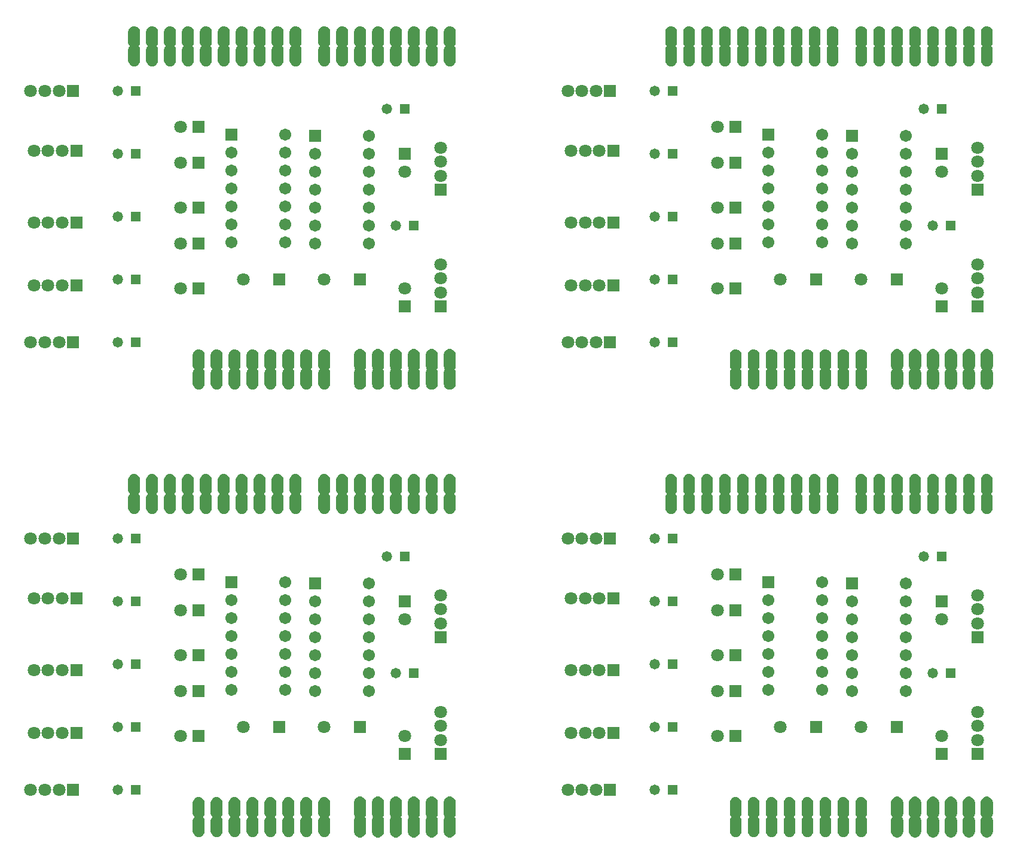
<source format=gbr>
G04 DipTrace 2.4.0.2*
%INTopMask.gbr*%
%MOIN*%
%ADD33C,0.0671*%
%ADD35R,0.0671X0.0671*%
%ADD37C,0.071*%
%ADD39R,0.058X0.058*%
%ADD41C,0.058*%
%ADD43R,0.071X0.071*%
%ADD45C,0.071*%
%FSLAX44Y44*%
G04*
G70*
G90*
G75*
G01*
%LNTopMask*%
%LPD*%
G36*
X23600Y5243D2*
X23620Y5356D1*
X23679Y5459D1*
X23770Y5535D1*
X23881Y5576D1*
X23999D1*
X24110Y5535D1*
X24201Y5459D1*
X24260Y5357D1*
X24280Y5244D1*
Y4637D1*
X24260Y4524D1*
X24201Y4421D1*
X24111Y4345D1*
X24000Y4305D1*
X23881D1*
X23770Y4345D1*
X23679Y4421D1*
X23620Y4523D1*
X23600Y4636D1*
Y5243D1*
G37*
G36*
X24600D2*
X24620Y5356D1*
X24679Y5459D1*
X24770Y5535D1*
X24881Y5576D1*
X24999D1*
X25110Y5535D1*
X25201Y5459D1*
X25260Y5357D1*
X25280Y5244D1*
Y4637D1*
X25260Y4524D1*
X25201Y4421D1*
X25111Y4345D1*
X25000Y4305D1*
X24881D1*
X24770Y4345D1*
X24679Y4421D1*
X24620Y4523D1*
X24600Y4636D1*
Y5243D1*
G37*
G36*
X25600D2*
X25620Y5356D1*
X25679Y5459D1*
X25770Y5535D1*
X25881Y5576D1*
X25999D1*
X26110Y5535D1*
X26201Y5459D1*
X26260Y5357D1*
X26280Y5244D1*
Y4637D1*
X26260Y4524D1*
X26201Y4421D1*
X26111Y4345D1*
X26000Y4305D1*
X25881D1*
X25770Y4345D1*
X25679Y4421D1*
X25620Y4523D1*
X25600Y4636D1*
Y5243D1*
G37*
G36*
X26600D2*
X26620Y5356D1*
X26679Y5459D1*
X26770Y5535D1*
X26881Y5576D1*
X26999D1*
X27110Y5535D1*
X27201Y5459D1*
X27260Y5357D1*
X27280Y5244D1*
Y4637D1*
X27260Y4524D1*
X27201Y4421D1*
X27111Y4345D1*
X27000Y4305D1*
X26881D1*
X26770Y4345D1*
X26679Y4421D1*
X26620Y4523D1*
X26600Y4636D1*
Y5243D1*
G37*
G36*
X27600D2*
X27620Y5356D1*
X27679Y5459D1*
X27770Y5535D1*
X27881Y5576D1*
X27999D1*
X28110Y5535D1*
X28201Y5459D1*
X28260Y5357D1*
X28280Y5244D1*
Y4637D1*
X28260Y4524D1*
X28201Y4421D1*
X28111Y4345D1*
X28000Y4305D1*
X27881D1*
X27770Y4345D1*
X27679Y4421D1*
X27620Y4523D1*
X27600Y4636D1*
Y5243D1*
G37*
G36*
X28600D2*
X28620Y5356D1*
X28679Y5459D1*
X28770Y5535D1*
X28881Y5576D1*
X28999D1*
X29110Y5535D1*
X29201Y5459D1*
X29260Y5357D1*
X29280Y5244D1*
Y4637D1*
X29260Y4524D1*
X29201Y4421D1*
X29111Y4345D1*
X29000Y4305D1*
X28881D1*
X28770Y4345D1*
X28679Y4421D1*
X28620Y4523D1*
X28600Y4636D1*
Y5243D1*
G37*
G36*
X29267Y23650D2*
X29248Y23541D1*
X29191Y23443D1*
X29104Y23369D1*
X28997Y23330D1*
X28884D1*
X28777Y23369D1*
X28689Y23442D1*
X28632Y23541D1*
X28613Y23649D1*
Y24230D1*
X28632Y24339D1*
X28689Y24438D1*
X28776Y24511D1*
X28883Y24550D1*
X28997D1*
X29104Y24511D1*
X29191Y24438D1*
X29248Y24340D1*
X29267Y24231D1*
Y23650D1*
G37*
G36*
X28267D2*
X28248Y23541D1*
X28191Y23443D1*
X28104Y23369D1*
X27997Y23330D1*
X27884D1*
X27777Y23369D1*
X27689Y23442D1*
X27632Y23541D1*
X27613Y23649D1*
Y24230D1*
X27632Y24339D1*
X27689Y24438D1*
X27776Y24511D1*
X27883Y24550D1*
X27997D1*
X28104Y24511D1*
X28191Y24438D1*
X28248Y24340D1*
X28267Y24231D1*
Y23650D1*
G37*
G36*
X27267D2*
X27248Y23541D1*
X27191Y23443D1*
X27104Y23369D1*
X26997Y23330D1*
X26884D1*
X26777Y23369D1*
X26689Y23442D1*
X26632Y23541D1*
X26613Y23649D1*
Y24230D1*
X26632Y24339D1*
X26689Y24438D1*
X26776Y24511D1*
X26883Y24550D1*
X26997D1*
X27104Y24511D1*
X27191Y24438D1*
X27248Y24340D1*
X27267Y24231D1*
Y23650D1*
G37*
G36*
X26267D2*
X26248Y23541D1*
X26191Y23443D1*
X26104Y23369D1*
X25997Y23330D1*
X25884D1*
X25777Y23369D1*
X25689Y23442D1*
X25632Y23541D1*
X25613Y23649D1*
Y24230D1*
X25632Y24339D1*
X25689Y24438D1*
X25776Y24511D1*
X25883Y24550D1*
X25997D1*
X26104Y24511D1*
X26191Y24438D1*
X26248Y24340D1*
X26267Y24231D1*
Y23650D1*
G37*
G36*
X25267D2*
X25248Y23541D1*
X25191Y23443D1*
X25104Y23369D1*
X24997Y23330D1*
X24884D1*
X24777Y23369D1*
X24689Y23442D1*
X24632Y23541D1*
X24613Y23649D1*
Y24230D1*
X24632Y24339D1*
X24689Y24438D1*
X24776Y24511D1*
X24883Y24550D1*
X24997D1*
X25104Y24511D1*
X25191Y24438D1*
X25248Y24340D1*
X25267Y24231D1*
Y23650D1*
G37*
G36*
X24267D2*
X24248Y23541D1*
X24191Y23443D1*
X24104Y23369D1*
X23997Y23330D1*
X23884D1*
X23777Y23369D1*
X23689Y23442D1*
X23632Y23541D1*
X23613Y23649D1*
Y24230D1*
X23632Y24339D1*
X23689Y24438D1*
X23776Y24511D1*
X23883Y24550D1*
X23997D1*
X24104Y24511D1*
X24191Y24438D1*
X24248Y24340D1*
X24267Y24231D1*
Y23650D1*
G37*
G36*
X23267D2*
X23248Y23541D1*
X23191Y23443D1*
X23104Y23369D1*
X22997Y23330D1*
X22884D1*
X22777Y23369D1*
X22689Y23442D1*
X22632Y23541D1*
X22613Y23649D1*
Y24230D1*
X22632Y24339D1*
X22689Y24438D1*
X22776Y24511D1*
X22883Y24550D1*
X22997D1*
X23104Y24511D1*
X23191Y24438D1*
X23248Y24340D1*
X23267Y24231D1*
Y23650D1*
G37*
G36*
X22267D2*
X22248Y23541D1*
X22191Y23443D1*
X22104Y23369D1*
X21997Y23330D1*
X21884D1*
X21777Y23369D1*
X21689Y23442D1*
X21632Y23541D1*
X21613Y23649D1*
Y24230D1*
X21632Y24339D1*
X21689Y24438D1*
X21776Y24511D1*
X21883Y24550D1*
X21997D1*
X22104Y24511D1*
X22191Y24438D1*
X22248Y24340D1*
X22267Y24231D1*
Y23650D1*
G37*
G36*
X14613Y5230D2*
X14632Y5339D1*
X14689Y5438D1*
X14776Y5511D1*
X14883Y5550D1*
X14997D1*
X15104Y5511D1*
X15191Y5438D1*
X15248Y5340D1*
X15267Y5231D1*
Y4650D1*
X15248Y4541D1*
X15191Y4443D1*
X15104Y4369D1*
X14997Y4330D1*
X14884D1*
X14777Y4369D1*
X14689Y4442D1*
X14632Y4541D1*
X14613Y4649D1*
Y5230D1*
G37*
G36*
X15613D2*
X15632Y5339D1*
X15689Y5438D1*
X15776Y5511D1*
X15883Y5550D1*
X15997D1*
X16104Y5511D1*
X16191Y5438D1*
X16248Y5340D1*
X16267Y5231D1*
Y4650D1*
X16248Y4541D1*
X16191Y4443D1*
X16104Y4369D1*
X15997Y4330D1*
X15884D1*
X15777Y4369D1*
X15689Y4442D1*
X15632Y4541D1*
X15613Y4649D1*
Y5230D1*
G37*
G36*
X16613D2*
X16632Y5339D1*
X16689Y5438D1*
X16776Y5511D1*
X16883Y5550D1*
X16997D1*
X17104Y5511D1*
X17191Y5438D1*
X17248Y5340D1*
X17267Y5231D1*
Y4650D1*
X17248Y4541D1*
X17191Y4443D1*
X17104Y4369D1*
X16997Y4330D1*
X16884D1*
X16777Y4369D1*
X16689Y4442D1*
X16632Y4541D1*
X16613Y4649D1*
Y5230D1*
G37*
G36*
X17613D2*
X17632Y5339D1*
X17689Y5438D1*
X17776Y5511D1*
X17883Y5550D1*
X17997D1*
X18104Y5511D1*
X18191Y5438D1*
X18248Y5340D1*
X18267Y5231D1*
Y4650D1*
X18248Y4541D1*
X18191Y4443D1*
X18104Y4369D1*
X17997Y4330D1*
X17884D1*
X17777Y4369D1*
X17689Y4442D1*
X17632Y4541D1*
X17613Y4649D1*
Y5230D1*
G37*
G36*
X18613D2*
X18632Y5339D1*
X18689Y5438D1*
X18776Y5511D1*
X18883Y5550D1*
X18997D1*
X19104Y5511D1*
X19191Y5438D1*
X19248Y5340D1*
X19267Y5231D1*
Y4650D1*
X19248Y4541D1*
X19191Y4443D1*
X19104Y4369D1*
X18997Y4330D1*
X18884D1*
X18777Y4369D1*
X18689Y4442D1*
X18632Y4541D1*
X18613Y4649D1*
Y5230D1*
G37*
G36*
X19613D2*
X19632Y5339D1*
X19689Y5438D1*
X19776Y5511D1*
X19883Y5550D1*
X19997D1*
X20104Y5511D1*
X20191Y5438D1*
X20248Y5340D1*
X20267Y5231D1*
Y4650D1*
X20248Y4541D1*
X20191Y4443D1*
X20104Y4369D1*
X19997Y4330D1*
X19884D1*
X19777Y4369D1*
X19689Y4442D1*
X19632Y4541D1*
X19613Y4649D1*
Y5230D1*
G37*
G36*
X20613D2*
X20632Y5339D1*
X20689Y5438D1*
X20776Y5511D1*
X20883Y5550D1*
X20997D1*
X21104Y5511D1*
X21191Y5438D1*
X21248Y5340D1*
X21267Y5231D1*
Y4650D1*
X21248Y4541D1*
X21191Y4443D1*
X21104Y4369D1*
X20997Y4330D1*
X20884D1*
X20777Y4369D1*
X20689Y4442D1*
X20632Y4541D1*
X20613Y4649D1*
Y5230D1*
G37*
G36*
X21613D2*
X21632Y5339D1*
X21689Y5438D1*
X21776Y5511D1*
X21883Y5550D1*
X21997D1*
X22104Y5511D1*
X22191Y5438D1*
X22248Y5340D1*
X22267Y5231D1*
Y4650D1*
X22248Y4541D1*
X22191Y4443D1*
X22104Y4369D1*
X21997Y4330D1*
X21884D1*
X21777Y4369D1*
X21689Y4442D1*
X21632Y4541D1*
X21613Y4649D1*
Y5230D1*
G37*
G36*
X20667Y23650D2*
X20648Y23541D1*
X20591Y23443D1*
X20504Y23369D1*
X20397Y23330D1*
X20284D1*
X20177Y23369D1*
X20089Y23442D1*
X20032Y23541D1*
X20013Y23649D1*
Y24230D1*
X20032Y24339D1*
X20089Y24438D1*
X20176Y24511D1*
X20283Y24550D1*
X20397D1*
X20504Y24511D1*
X20591Y24438D1*
X20648Y24340D1*
X20667Y24231D1*
Y23650D1*
G37*
G36*
X19667D2*
X19648Y23541D1*
X19591Y23443D1*
X19504Y23369D1*
X19397Y23330D1*
X19284D1*
X19177Y23369D1*
X19089Y23442D1*
X19032Y23541D1*
X19013Y23649D1*
Y24230D1*
X19032Y24339D1*
X19089Y24438D1*
X19176Y24511D1*
X19283Y24550D1*
X19397D1*
X19504Y24511D1*
X19591Y24438D1*
X19648Y24340D1*
X19667Y24231D1*
Y23650D1*
G37*
G36*
X18667D2*
X18648Y23541D1*
X18591Y23443D1*
X18504Y23369D1*
X18397Y23330D1*
X18284D1*
X18177Y23369D1*
X18089Y23442D1*
X18032Y23541D1*
X18013Y23649D1*
Y24230D1*
X18032Y24339D1*
X18089Y24438D1*
X18176Y24511D1*
X18283Y24550D1*
X18397D1*
X18504Y24511D1*
X18591Y24438D1*
X18648Y24340D1*
X18667Y24231D1*
Y23650D1*
G37*
G36*
X17667D2*
X17648Y23541D1*
X17591Y23443D1*
X17504Y23369D1*
X17397Y23330D1*
X17284D1*
X17177Y23369D1*
X17089Y23442D1*
X17032Y23541D1*
X17013Y23649D1*
Y24230D1*
X17032Y24339D1*
X17089Y24438D1*
X17176Y24511D1*
X17283Y24550D1*
X17397D1*
X17504Y24511D1*
X17591Y24438D1*
X17648Y24340D1*
X17667Y24231D1*
Y23650D1*
G37*
G36*
X16667D2*
X16648Y23541D1*
X16591Y23443D1*
X16504Y23369D1*
X16397Y23330D1*
X16284D1*
X16177Y23369D1*
X16089Y23442D1*
X16032Y23541D1*
X16013Y23649D1*
Y24230D1*
X16032Y24339D1*
X16089Y24438D1*
X16176Y24511D1*
X16283Y24550D1*
X16397D1*
X16504Y24511D1*
X16591Y24438D1*
X16648Y24340D1*
X16667Y24231D1*
Y23650D1*
G37*
G36*
X15667D2*
X15648Y23541D1*
X15591Y23443D1*
X15504Y23369D1*
X15397Y23330D1*
X15284D1*
X15177Y23369D1*
X15089Y23442D1*
X15032Y23541D1*
X15013Y23649D1*
Y24230D1*
X15032Y24339D1*
X15089Y24438D1*
X15176Y24511D1*
X15283Y24550D1*
X15397D1*
X15504Y24511D1*
X15591Y24438D1*
X15648Y24340D1*
X15667Y24231D1*
Y23650D1*
G37*
G36*
X14667D2*
X14648Y23541D1*
X14591Y23443D1*
X14504Y23369D1*
X14397Y23330D1*
X14284D1*
X14177Y23369D1*
X14089Y23442D1*
X14032Y23541D1*
X14013Y23649D1*
Y24230D1*
X14032Y24339D1*
X14089Y24438D1*
X14176Y24511D1*
X14283Y24550D1*
X14397D1*
X14504Y24511D1*
X14591Y24438D1*
X14648Y24340D1*
X14667Y24231D1*
Y23650D1*
G37*
G36*
X13667D2*
X13648Y23541D1*
X13591Y23443D1*
X13504Y23369D1*
X13397Y23330D1*
X13284D1*
X13177Y23369D1*
X13089Y23442D1*
X13032Y23541D1*
X13013Y23649D1*
Y24230D1*
X13032Y24339D1*
X13089Y24438D1*
X13176Y24511D1*
X13283Y24550D1*
X13397D1*
X13504Y24511D1*
X13591Y24438D1*
X13648Y24340D1*
X13667Y24231D1*
Y23650D1*
G37*
G36*
X12667D2*
X12648Y23541D1*
X12591Y23443D1*
X12504Y23369D1*
X12397Y23330D1*
X12284D1*
X12177Y23369D1*
X12089Y23442D1*
X12032Y23541D1*
X12013Y23649D1*
Y24230D1*
X12032Y24339D1*
X12089Y24438D1*
X12176Y24511D1*
X12283Y24550D1*
X12397D1*
X12504Y24511D1*
X12591Y24438D1*
X12648Y24340D1*
X12667Y24231D1*
Y23650D1*
G37*
G36*
X11667D2*
X11648Y23541D1*
X11591Y23443D1*
X11504Y23369D1*
X11397Y23330D1*
X11284D1*
X11177Y23369D1*
X11089Y23442D1*
X11032Y23541D1*
X11013Y23649D1*
Y24230D1*
X11032Y24339D1*
X11089Y24438D1*
X11176Y24511D1*
X11283Y24550D1*
X11397D1*
X11504Y24511D1*
X11591Y24438D1*
X11648Y24340D1*
X11667Y24231D1*
Y23650D1*
G37*
G36*
X20667Y22650D2*
X20648Y22541D1*
X20591Y22443D1*
X20504Y22369D1*
X20397Y22330D1*
X20284D1*
X20177Y22369D1*
X20089Y22442D1*
X20032Y22541D1*
X20013Y22649D1*
Y23230D1*
X20032Y23339D1*
X20089Y23438D1*
X20176Y23511D1*
X20283Y23550D1*
X20397D1*
X20504Y23511D1*
X20591Y23438D1*
X20648Y23340D1*
X20667Y23231D1*
Y22650D1*
G37*
G36*
X19667D2*
X19648Y22541D1*
X19591Y22443D1*
X19504Y22369D1*
X19397Y22330D1*
X19284D1*
X19177Y22369D1*
X19089Y22442D1*
X19032Y22541D1*
X19013Y22649D1*
Y23230D1*
X19032Y23339D1*
X19089Y23438D1*
X19176Y23511D1*
X19283Y23550D1*
X19397D1*
X19504Y23511D1*
X19591Y23438D1*
X19648Y23340D1*
X19667Y23231D1*
Y22650D1*
G37*
G36*
X18667D2*
X18648Y22541D1*
X18591Y22443D1*
X18504Y22369D1*
X18397Y22330D1*
X18284D1*
X18177Y22369D1*
X18089Y22442D1*
X18032Y22541D1*
X18013Y22649D1*
Y23230D1*
X18032Y23339D1*
X18089Y23438D1*
X18176Y23511D1*
X18283Y23550D1*
X18397D1*
X18504Y23511D1*
X18591Y23438D1*
X18648Y23340D1*
X18667Y23231D1*
Y22650D1*
G37*
G36*
X17667D2*
X17648Y22541D1*
X17591Y22443D1*
X17504Y22369D1*
X17397Y22330D1*
X17284D1*
X17177Y22369D1*
X17089Y22442D1*
X17032Y22541D1*
X17013Y22649D1*
Y23230D1*
X17032Y23339D1*
X17089Y23438D1*
X17176Y23511D1*
X17283Y23550D1*
X17397D1*
X17504Y23511D1*
X17591Y23438D1*
X17648Y23340D1*
X17667Y23231D1*
Y22650D1*
G37*
G36*
X16667D2*
X16648Y22541D1*
X16591Y22443D1*
X16504Y22369D1*
X16397Y22330D1*
X16284D1*
X16177Y22369D1*
X16089Y22442D1*
X16032Y22541D1*
X16013Y22649D1*
Y23230D1*
X16032Y23339D1*
X16089Y23438D1*
X16176Y23511D1*
X16283Y23550D1*
X16397D1*
X16504Y23511D1*
X16591Y23438D1*
X16648Y23340D1*
X16667Y23231D1*
Y22650D1*
G37*
G36*
X15667D2*
X15648Y22541D1*
X15591Y22443D1*
X15504Y22369D1*
X15397Y22330D1*
X15284D1*
X15177Y22369D1*
X15089Y22442D1*
X15032Y22541D1*
X15013Y22649D1*
Y23230D1*
X15032Y23339D1*
X15089Y23438D1*
X15176Y23511D1*
X15283Y23550D1*
X15397D1*
X15504Y23511D1*
X15591Y23438D1*
X15648Y23340D1*
X15667Y23231D1*
Y22650D1*
G37*
G36*
X14667D2*
X14648Y22541D1*
X14591Y22443D1*
X14504Y22369D1*
X14397Y22330D1*
X14284D1*
X14177Y22369D1*
X14089Y22442D1*
X14032Y22541D1*
X14013Y22649D1*
Y23230D1*
X14032Y23339D1*
X14089Y23438D1*
X14176Y23511D1*
X14283Y23550D1*
X14397D1*
X14504Y23511D1*
X14591Y23438D1*
X14648Y23340D1*
X14667Y23231D1*
Y22650D1*
G37*
G36*
X13667D2*
X13648Y22541D1*
X13591Y22443D1*
X13504Y22369D1*
X13397Y22330D1*
X13284D1*
X13177Y22369D1*
X13089Y22442D1*
X13032Y22541D1*
X13013Y22649D1*
Y23230D1*
X13032Y23339D1*
X13089Y23438D1*
X13176Y23511D1*
X13283Y23550D1*
X13397D1*
X13504Y23511D1*
X13591Y23438D1*
X13648Y23340D1*
X13667Y23231D1*
Y22650D1*
G37*
G36*
X12667D2*
X12648Y22541D1*
X12591Y22443D1*
X12504Y22369D1*
X12397Y22330D1*
X12284D1*
X12177Y22369D1*
X12089Y22442D1*
X12032Y22541D1*
X12013Y22649D1*
Y23230D1*
X12032Y23339D1*
X12089Y23438D1*
X12176Y23511D1*
X12283Y23550D1*
X12397D1*
X12504Y23511D1*
X12591Y23438D1*
X12648Y23340D1*
X12667Y23231D1*
Y22650D1*
G37*
G36*
X11667D2*
X11648Y22541D1*
X11591Y22443D1*
X11504Y22369D1*
X11397Y22330D1*
X11284D1*
X11177Y22369D1*
X11089Y22442D1*
X11032Y22541D1*
X11013Y22649D1*
Y23230D1*
X11032Y23339D1*
X11089Y23438D1*
X11176Y23511D1*
X11283Y23550D1*
X11397D1*
X11504Y23511D1*
X11591Y23438D1*
X11648Y23340D1*
X11667Y23231D1*
Y22650D1*
G37*
G36*
X29267D2*
X29248Y22541D1*
X29191Y22443D1*
X29104Y22369D1*
X28997Y22330D1*
X28884D1*
X28777Y22369D1*
X28689Y22442D1*
X28632Y22541D1*
X28613Y22649D1*
Y23230D1*
X28632Y23339D1*
X28689Y23438D1*
X28776Y23511D1*
X28883Y23550D1*
X28997D1*
X29104Y23511D1*
X29191Y23438D1*
X29248Y23340D1*
X29267Y23231D1*
Y22650D1*
G37*
G36*
X28267D2*
X28248Y22541D1*
X28191Y22443D1*
X28104Y22369D1*
X27997Y22330D1*
X27884D1*
X27777Y22369D1*
X27689Y22442D1*
X27632Y22541D1*
X27613Y22649D1*
Y23230D1*
X27632Y23339D1*
X27689Y23438D1*
X27776Y23511D1*
X27883Y23550D1*
X27997D1*
X28104Y23511D1*
X28191Y23438D1*
X28248Y23340D1*
X28267Y23231D1*
Y22650D1*
G37*
G36*
X27267D2*
X27248Y22541D1*
X27191Y22443D1*
X27104Y22369D1*
X26997Y22330D1*
X26884D1*
X26777Y22369D1*
X26689Y22442D1*
X26632Y22541D1*
X26613Y22649D1*
Y23230D1*
X26632Y23339D1*
X26689Y23438D1*
X26776Y23511D1*
X26883Y23550D1*
X26997D1*
X27104Y23511D1*
X27191Y23438D1*
X27248Y23340D1*
X27267Y23231D1*
Y22650D1*
G37*
G36*
X26267D2*
X26248Y22541D1*
X26191Y22443D1*
X26104Y22369D1*
X25997Y22330D1*
X25884D1*
X25777Y22369D1*
X25689Y22442D1*
X25632Y22541D1*
X25613Y22649D1*
Y23230D1*
X25632Y23339D1*
X25689Y23438D1*
X25776Y23511D1*
X25883Y23550D1*
X25997D1*
X26104Y23511D1*
X26191Y23438D1*
X26248Y23340D1*
X26267Y23231D1*
Y22650D1*
G37*
G36*
X25267D2*
X25248Y22541D1*
X25191Y22443D1*
X25104Y22369D1*
X24997Y22330D1*
X24884D1*
X24777Y22369D1*
X24689Y22442D1*
X24632Y22541D1*
X24613Y22649D1*
Y23230D1*
X24632Y23339D1*
X24689Y23438D1*
X24776Y23511D1*
X24883Y23550D1*
X24997D1*
X25104Y23511D1*
X25191Y23438D1*
X25248Y23340D1*
X25267Y23231D1*
Y22650D1*
G37*
G36*
X24267D2*
X24248Y22541D1*
X24191Y22443D1*
X24104Y22369D1*
X23997Y22330D1*
X23884D1*
X23777Y22369D1*
X23689Y22442D1*
X23632Y22541D1*
X23613Y22649D1*
Y23230D1*
X23632Y23339D1*
X23689Y23438D1*
X23776Y23511D1*
X23883Y23550D1*
X23997D1*
X24104Y23511D1*
X24191Y23438D1*
X24248Y23340D1*
X24267Y23231D1*
Y22650D1*
G37*
G36*
X23267D2*
X23248Y22541D1*
X23191Y22443D1*
X23104Y22369D1*
X22997Y22330D1*
X22884D1*
X22777Y22369D1*
X22689Y22442D1*
X22632Y22541D1*
X22613Y22649D1*
Y23230D1*
X22632Y23339D1*
X22689Y23438D1*
X22776Y23511D1*
X22883Y23550D1*
X22997D1*
X23104Y23511D1*
X23191Y23438D1*
X23248Y23340D1*
X23267Y23231D1*
Y22650D1*
G37*
G36*
X22267D2*
X22248Y22541D1*
X22191Y22443D1*
X22104Y22369D1*
X21997Y22330D1*
X21884D1*
X21777Y22369D1*
X21689Y22442D1*
X21632Y22541D1*
X21613Y22649D1*
Y23230D1*
X21632Y23339D1*
X21689Y23438D1*
X21776Y23511D1*
X21883Y23550D1*
X21997D1*
X22104Y23511D1*
X22191Y23438D1*
X22248Y23340D1*
X22267Y23231D1*
Y22650D1*
G37*
G36*
X23600Y6243D2*
X23620Y6356D1*
X23679Y6459D1*
X23770Y6535D1*
X23881Y6576D1*
X23999D1*
X24110Y6535D1*
X24201Y6459D1*
X24260Y6357D1*
X24280Y6244D1*
Y5637D1*
X24260Y5524D1*
X24201Y5421D1*
X24111Y5345D1*
X24000Y5305D1*
X23881D1*
X23770Y5345D1*
X23679Y5421D1*
X23620Y5523D1*
X23600Y5636D1*
Y6243D1*
G37*
G36*
X24600D2*
X24620Y6356D1*
X24679Y6459D1*
X24770Y6535D1*
X24881Y6576D1*
X24999D1*
X25110Y6535D1*
X25201Y6459D1*
X25260Y6357D1*
X25280Y6244D1*
Y5637D1*
X25260Y5524D1*
X25201Y5421D1*
X25111Y5345D1*
X25000Y5305D1*
X24881D1*
X24770Y5345D1*
X24679Y5421D1*
X24620Y5523D1*
X24600Y5636D1*
Y6243D1*
G37*
G36*
X25600D2*
X25620Y6356D1*
X25679Y6459D1*
X25770Y6535D1*
X25881Y6576D1*
X25999D1*
X26110Y6535D1*
X26201Y6459D1*
X26260Y6357D1*
X26280Y6244D1*
Y5637D1*
X26260Y5524D1*
X26201Y5421D1*
X26111Y5345D1*
X26000Y5305D1*
X25881D1*
X25770Y5345D1*
X25679Y5421D1*
X25620Y5523D1*
X25600Y5636D1*
Y6243D1*
G37*
G36*
X26600D2*
X26620Y6356D1*
X26679Y6459D1*
X26770Y6535D1*
X26881Y6576D1*
X26999D1*
X27110Y6535D1*
X27201Y6459D1*
X27260Y6357D1*
X27280Y6244D1*
Y5637D1*
X27260Y5524D1*
X27201Y5421D1*
X27111Y5345D1*
X27000Y5305D1*
X26881D1*
X26770Y5345D1*
X26679Y5421D1*
X26620Y5523D1*
X26600Y5636D1*
Y6243D1*
G37*
G36*
X27600D2*
X27620Y6356D1*
X27679Y6459D1*
X27770Y6535D1*
X27881Y6576D1*
X27999D1*
X28110Y6535D1*
X28201Y6459D1*
X28260Y6357D1*
X28280Y6244D1*
Y5637D1*
X28260Y5524D1*
X28201Y5421D1*
X28111Y5345D1*
X28000Y5305D1*
X27881D1*
X27770Y5345D1*
X27679Y5421D1*
X27620Y5523D1*
X27600Y5636D1*
Y6243D1*
G37*
G36*
X28600D2*
X28620Y6356D1*
X28679Y6459D1*
X28770Y6535D1*
X28881Y6576D1*
X28999D1*
X29110Y6535D1*
X29201Y6459D1*
X29260Y6357D1*
X29280Y6244D1*
Y5637D1*
X29260Y5524D1*
X29201Y5421D1*
X29111Y5345D1*
X29000Y5305D1*
X28881D1*
X28770Y5345D1*
X28679Y5421D1*
X28620Y5523D1*
X28600Y5636D1*
Y6243D1*
G37*
G36*
X14613Y6230D2*
X14632Y6339D1*
X14689Y6438D1*
X14776Y6511D1*
X14883Y6550D1*
X14997D1*
X15104Y6511D1*
X15191Y6438D1*
X15248Y6340D1*
X15267Y6231D1*
Y5650D1*
X15248Y5541D1*
X15191Y5443D1*
X15104Y5369D1*
X14997Y5330D1*
X14884D1*
X14777Y5369D1*
X14689Y5442D1*
X14632Y5541D1*
X14613Y5649D1*
Y6230D1*
G37*
G36*
X15613D2*
X15632Y6339D1*
X15689Y6438D1*
X15776Y6511D1*
X15883Y6550D1*
X15997D1*
X16104Y6511D1*
X16191Y6438D1*
X16248Y6340D1*
X16267Y6231D1*
Y5650D1*
X16248Y5541D1*
X16191Y5443D1*
X16104Y5369D1*
X15997Y5330D1*
X15884D1*
X15777Y5369D1*
X15689Y5442D1*
X15632Y5541D1*
X15613Y5649D1*
Y6230D1*
G37*
G36*
X16613D2*
X16632Y6339D1*
X16689Y6438D1*
X16776Y6511D1*
X16883Y6550D1*
X16997D1*
X17104Y6511D1*
X17191Y6438D1*
X17248Y6340D1*
X17267Y6231D1*
Y5650D1*
X17248Y5541D1*
X17191Y5443D1*
X17104Y5369D1*
X16997Y5330D1*
X16884D1*
X16777Y5369D1*
X16689Y5442D1*
X16632Y5541D1*
X16613Y5649D1*
Y6230D1*
G37*
G36*
X17613D2*
X17632Y6339D1*
X17689Y6438D1*
X17776Y6511D1*
X17883Y6550D1*
X17997D1*
X18104Y6511D1*
X18191Y6438D1*
X18248Y6340D1*
X18267Y6231D1*
Y5650D1*
X18248Y5541D1*
X18191Y5443D1*
X18104Y5369D1*
X17997Y5330D1*
X17884D1*
X17777Y5369D1*
X17689Y5442D1*
X17632Y5541D1*
X17613Y5649D1*
Y6230D1*
G37*
G36*
X18613D2*
X18632Y6339D1*
X18689Y6438D1*
X18776Y6511D1*
X18883Y6550D1*
X18997D1*
X19104Y6511D1*
X19191Y6438D1*
X19248Y6340D1*
X19267Y6231D1*
Y5650D1*
X19248Y5541D1*
X19191Y5443D1*
X19104Y5369D1*
X18997Y5330D1*
X18884D1*
X18777Y5369D1*
X18689Y5442D1*
X18632Y5541D1*
X18613Y5649D1*
Y6230D1*
G37*
G36*
X19613D2*
X19632Y6339D1*
X19689Y6438D1*
X19776Y6511D1*
X19883Y6550D1*
X19997D1*
X20104Y6511D1*
X20191Y6438D1*
X20248Y6340D1*
X20267Y6231D1*
Y5650D1*
X20248Y5541D1*
X20191Y5443D1*
X20104Y5369D1*
X19997Y5330D1*
X19884D1*
X19777Y5369D1*
X19689Y5442D1*
X19632Y5541D1*
X19613Y5649D1*
Y6230D1*
G37*
G36*
X20613D2*
X20632Y6339D1*
X20689Y6438D1*
X20776Y6511D1*
X20883Y6550D1*
X20997D1*
X21104Y6511D1*
X21191Y6438D1*
X21248Y6340D1*
X21267Y6231D1*
Y5650D1*
X21248Y5541D1*
X21191Y5443D1*
X21104Y5369D1*
X20997Y5330D1*
X20884D1*
X20777Y5369D1*
X20689Y5442D1*
X20632Y5541D1*
X20613Y5649D1*
Y6230D1*
G37*
G36*
X21613D2*
X21632Y6339D1*
X21689Y6438D1*
X21776Y6511D1*
X21883Y6550D1*
X21997D1*
X22104Y6511D1*
X22191Y6438D1*
X22248Y6340D1*
X22267Y6231D1*
Y5650D1*
X22248Y5541D1*
X22191Y5443D1*
X22104Y5369D1*
X21997Y5330D1*
X21884D1*
X21777Y5369D1*
X21689Y5442D1*
X21632Y5541D1*
X21613Y5649D1*
Y6230D1*
G37*
D45*
X17440Y10440D3*
D43*
X19440D3*
D45*
X21940D3*
D43*
X23940D3*
D41*
X10440Y20940D3*
D39*
X11440D3*
D41*
X10440Y17440D3*
D39*
X11440D3*
D41*
X10440Y13940D3*
D39*
X11440D3*
D41*
X10440Y10440D3*
D39*
X11440D3*
D41*
X10440Y6940D3*
D39*
X11440D3*
D41*
X25440Y19940D3*
D39*
X26440D3*
D41*
X25940Y13440D3*
D39*
X26940D3*
D43*
X7940Y20940D3*
D37*
X7153D3*
X6365D3*
X5578D3*
D43*
X8121Y17621D3*
D37*
X7334D3*
X6546D3*
X5759D3*
D43*
X8121Y13621D3*
D37*
X7334D3*
X6546D3*
X5759D3*
D43*
X8121Y10121D3*
D37*
X7334D3*
X6546D3*
X5759D3*
D43*
X7940Y6940D3*
D37*
X7153D3*
X6365D3*
X5578D3*
D43*
X28440Y15440D3*
D37*
Y16228D3*
Y17015D3*
Y17802D3*
D43*
Y8940D3*
D37*
Y9728D3*
Y10515D3*
Y11302D3*
D45*
X13940Y18940D3*
D43*
X14940D3*
D45*
X13940Y16940D3*
D43*
X14940D3*
D45*
X13940Y14440D3*
D43*
X14940D3*
D45*
X13940Y12440D3*
D43*
X14940D3*
D45*
X13940Y9940D3*
D43*
X14940D3*
D45*
X26440Y16440D3*
D43*
Y17440D3*
D45*
Y9940D3*
D43*
Y8940D3*
D35*
X16756Y18531D3*
D33*
Y17531D3*
Y16531D3*
Y15531D3*
Y14531D3*
Y13531D3*
Y12531D3*
X19756D3*
Y13531D3*
Y14531D3*
Y15531D3*
Y16531D3*
Y17531D3*
Y18531D3*
D35*
X21440Y18440D3*
D33*
Y17440D3*
Y16440D3*
Y15440D3*
Y14440D3*
Y13440D3*
Y12440D3*
X24440D3*
Y13440D3*
Y14440D3*
Y15440D3*
Y16440D3*
Y17440D3*
Y18440D3*
G36*
X53537Y5243D2*
X53557Y5356D1*
X53616Y5459D1*
X53707Y5535D1*
X53818Y5576D1*
X53936D1*
X54047Y5535D1*
X54138Y5459D1*
X54197Y5357D1*
X54217Y5244D1*
Y4637D1*
X54197Y4524D1*
X54138Y4421D1*
X54048Y4345D1*
X53937Y4305D1*
X53818D1*
X53707Y4345D1*
X53616Y4421D1*
X53557Y4523D1*
X53537Y4636D1*
Y5243D1*
G37*
G36*
X54537D2*
X54557Y5356D1*
X54616Y5459D1*
X54707Y5535D1*
X54818Y5576D1*
X54936D1*
X55047Y5535D1*
X55138Y5459D1*
X55197Y5357D1*
X55217Y5244D1*
Y4637D1*
X55197Y4524D1*
X55138Y4421D1*
X55048Y4345D1*
X54937Y4305D1*
X54818D1*
X54707Y4345D1*
X54616Y4421D1*
X54557Y4523D1*
X54537Y4636D1*
Y5243D1*
G37*
G36*
X55537D2*
X55557Y5356D1*
X55616Y5459D1*
X55707Y5535D1*
X55818Y5576D1*
X55936D1*
X56047Y5535D1*
X56138Y5459D1*
X56197Y5357D1*
X56217Y5244D1*
Y4637D1*
X56197Y4524D1*
X56138Y4421D1*
X56048Y4345D1*
X55937Y4305D1*
X55818D1*
X55707Y4345D1*
X55616Y4421D1*
X55557Y4523D1*
X55537Y4636D1*
Y5243D1*
G37*
G36*
X56537D2*
X56557Y5356D1*
X56616Y5459D1*
X56707Y5535D1*
X56818Y5576D1*
X56936D1*
X57047Y5535D1*
X57138Y5459D1*
X57197Y5357D1*
X57217Y5244D1*
Y4637D1*
X57197Y4524D1*
X57138Y4421D1*
X57048Y4345D1*
X56937Y4305D1*
X56818D1*
X56707Y4345D1*
X56616Y4421D1*
X56557Y4523D1*
X56537Y4636D1*
Y5243D1*
G37*
G36*
X57537D2*
X57557Y5356D1*
X57616Y5459D1*
X57707Y5535D1*
X57818Y5576D1*
X57936D1*
X58047Y5535D1*
X58138Y5459D1*
X58197Y5357D1*
X58217Y5244D1*
Y4637D1*
X58197Y4524D1*
X58138Y4421D1*
X58048Y4345D1*
X57937Y4305D1*
X57818D1*
X57707Y4345D1*
X57616Y4421D1*
X57557Y4523D1*
X57537Y4636D1*
Y5243D1*
G37*
G36*
X58537D2*
X58557Y5356D1*
X58616Y5459D1*
X58707Y5535D1*
X58818Y5576D1*
X58936D1*
X59047Y5535D1*
X59138Y5459D1*
X59197Y5357D1*
X59217Y5244D1*
Y4637D1*
X59197Y4524D1*
X59138Y4421D1*
X59048Y4345D1*
X58937Y4305D1*
X58818D1*
X58707Y4345D1*
X58616Y4421D1*
X58557Y4523D1*
X58537Y4636D1*
Y5243D1*
G37*
G36*
X59204Y23650D2*
X59185Y23541D1*
X59128Y23443D1*
X59041Y23369D1*
X58934Y23330D1*
X58821D1*
X58714Y23369D1*
X58626Y23442D1*
X58569Y23541D1*
X58550Y23649D1*
Y24230D1*
X58569Y24339D1*
X58626Y24438D1*
X58713Y24511D1*
X58820Y24550D1*
X58934D1*
X59041Y24511D1*
X59128Y24438D1*
X59185Y24340D1*
X59204Y24231D1*
Y23650D1*
G37*
G36*
X58204D2*
X58185Y23541D1*
X58128Y23443D1*
X58041Y23369D1*
X57934Y23330D1*
X57821D1*
X57714Y23369D1*
X57626Y23442D1*
X57569Y23541D1*
X57550Y23649D1*
Y24230D1*
X57569Y24339D1*
X57626Y24438D1*
X57713Y24511D1*
X57820Y24550D1*
X57934D1*
X58041Y24511D1*
X58128Y24438D1*
X58185Y24340D1*
X58204Y24231D1*
Y23650D1*
G37*
G36*
X57204D2*
X57185Y23541D1*
X57128Y23443D1*
X57041Y23369D1*
X56934Y23330D1*
X56821D1*
X56714Y23369D1*
X56626Y23442D1*
X56569Y23541D1*
X56550Y23649D1*
Y24230D1*
X56569Y24339D1*
X56626Y24438D1*
X56713Y24511D1*
X56820Y24550D1*
X56934D1*
X57041Y24511D1*
X57128Y24438D1*
X57185Y24340D1*
X57204Y24231D1*
Y23650D1*
G37*
G36*
X56204D2*
X56185Y23541D1*
X56128Y23443D1*
X56041Y23369D1*
X55934Y23330D1*
X55821D1*
X55714Y23369D1*
X55626Y23442D1*
X55569Y23541D1*
X55550Y23649D1*
Y24230D1*
X55569Y24339D1*
X55626Y24438D1*
X55713Y24511D1*
X55820Y24550D1*
X55934D1*
X56041Y24511D1*
X56128Y24438D1*
X56185Y24340D1*
X56204Y24231D1*
Y23650D1*
G37*
G36*
X55204D2*
X55185Y23541D1*
X55128Y23443D1*
X55041Y23369D1*
X54934Y23330D1*
X54821D1*
X54714Y23369D1*
X54626Y23442D1*
X54569Y23541D1*
X54550Y23649D1*
Y24230D1*
X54569Y24339D1*
X54626Y24438D1*
X54713Y24511D1*
X54820Y24550D1*
X54934D1*
X55041Y24511D1*
X55128Y24438D1*
X55185Y24340D1*
X55204Y24231D1*
Y23650D1*
G37*
G36*
X54204D2*
X54185Y23541D1*
X54128Y23443D1*
X54041Y23369D1*
X53934Y23330D1*
X53821D1*
X53714Y23369D1*
X53626Y23442D1*
X53569Y23541D1*
X53550Y23649D1*
Y24230D1*
X53569Y24339D1*
X53626Y24438D1*
X53713Y24511D1*
X53820Y24550D1*
X53934D1*
X54041Y24511D1*
X54128Y24438D1*
X54185Y24340D1*
X54204Y24231D1*
Y23650D1*
G37*
G36*
X53204D2*
X53185Y23541D1*
X53128Y23443D1*
X53041Y23369D1*
X52934Y23330D1*
X52821D1*
X52714Y23369D1*
X52626Y23442D1*
X52569Y23541D1*
X52550Y23649D1*
Y24230D1*
X52569Y24339D1*
X52626Y24438D1*
X52713Y24511D1*
X52820Y24550D1*
X52934D1*
X53041Y24511D1*
X53128Y24438D1*
X53185Y24340D1*
X53204Y24231D1*
Y23650D1*
G37*
G36*
X52204D2*
X52185Y23541D1*
X52128Y23443D1*
X52041Y23369D1*
X51934Y23330D1*
X51821D1*
X51714Y23369D1*
X51626Y23442D1*
X51569Y23541D1*
X51550Y23649D1*
Y24230D1*
X51569Y24339D1*
X51626Y24438D1*
X51713Y24511D1*
X51820Y24550D1*
X51934D1*
X52041Y24511D1*
X52128Y24438D1*
X52185Y24340D1*
X52204Y24231D1*
Y23650D1*
G37*
G36*
X44550Y5230D2*
X44569Y5339D1*
X44626Y5438D1*
X44713Y5511D1*
X44820Y5550D1*
X44934D1*
X45041Y5511D1*
X45128Y5438D1*
X45185Y5340D1*
X45204Y5231D1*
Y4650D1*
X45185Y4541D1*
X45128Y4443D1*
X45041Y4369D1*
X44934Y4330D1*
X44821D1*
X44714Y4369D1*
X44626Y4442D1*
X44569Y4541D1*
X44550Y4649D1*
Y5230D1*
G37*
G36*
X45550D2*
X45569Y5339D1*
X45626Y5438D1*
X45713Y5511D1*
X45820Y5550D1*
X45934D1*
X46041Y5511D1*
X46128Y5438D1*
X46185Y5340D1*
X46204Y5231D1*
Y4650D1*
X46185Y4541D1*
X46128Y4443D1*
X46041Y4369D1*
X45934Y4330D1*
X45821D1*
X45714Y4369D1*
X45626Y4442D1*
X45569Y4541D1*
X45550Y4649D1*
Y5230D1*
G37*
G36*
X46550D2*
X46569Y5339D1*
X46626Y5438D1*
X46713Y5511D1*
X46820Y5550D1*
X46934D1*
X47041Y5511D1*
X47128Y5438D1*
X47185Y5340D1*
X47204Y5231D1*
Y4650D1*
X47185Y4541D1*
X47128Y4443D1*
X47041Y4369D1*
X46934Y4330D1*
X46821D1*
X46714Y4369D1*
X46626Y4442D1*
X46569Y4541D1*
X46550Y4649D1*
Y5230D1*
G37*
G36*
X47550D2*
X47569Y5339D1*
X47626Y5438D1*
X47713Y5511D1*
X47820Y5550D1*
X47934D1*
X48041Y5511D1*
X48128Y5438D1*
X48185Y5340D1*
X48204Y5231D1*
Y4650D1*
X48185Y4541D1*
X48128Y4443D1*
X48041Y4369D1*
X47934Y4330D1*
X47821D1*
X47714Y4369D1*
X47626Y4442D1*
X47569Y4541D1*
X47550Y4649D1*
Y5230D1*
G37*
G36*
X48550D2*
X48569Y5339D1*
X48626Y5438D1*
X48713Y5511D1*
X48820Y5550D1*
X48934D1*
X49041Y5511D1*
X49128Y5438D1*
X49185Y5340D1*
X49204Y5231D1*
Y4650D1*
X49185Y4541D1*
X49128Y4443D1*
X49041Y4369D1*
X48934Y4330D1*
X48821D1*
X48714Y4369D1*
X48626Y4442D1*
X48569Y4541D1*
X48550Y4649D1*
Y5230D1*
G37*
G36*
X49550D2*
X49569Y5339D1*
X49626Y5438D1*
X49713Y5511D1*
X49820Y5550D1*
X49934D1*
X50041Y5511D1*
X50128Y5438D1*
X50185Y5340D1*
X50204Y5231D1*
Y4650D1*
X50185Y4541D1*
X50128Y4443D1*
X50041Y4369D1*
X49934Y4330D1*
X49821D1*
X49714Y4369D1*
X49626Y4442D1*
X49569Y4541D1*
X49550Y4649D1*
Y5230D1*
G37*
G36*
X50550D2*
X50569Y5339D1*
X50626Y5438D1*
X50713Y5511D1*
X50820Y5550D1*
X50934D1*
X51041Y5511D1*
X51128Y5438D1*
X51185Y5340D1*
X51204Y5231D1*
Y4650D1*
X51185Y4541D1*
X51128Y4443D1*
X51041Y4369D1*
X50934Y4330D1*
X50821D1*
X50714Y4369D1*
X50626Y4442D1*
X50569Y4541D1*
X50550Y4649D1*
Y5230D1*
G37*
G36*
X51550D2*
X51569Y5339D1*
X51626Y5438D1*
X51713Y5511D1*
X51820Y5550D1*
X51934D1*
X52041Y5511D1*
X52128Y5438D1*
X52185Y5340D1*
X52204Y5231D1*
Y4650D1*
X52185Y4541D1*
X52128Y4443D1*
X52041Y4369D1*
X51934Y4330D1*
X51821D1*
X51714Y4369D1*
X51626Y4442D1*
X51569Y4541D1*
X51550Y4649D1*
Y5230D1*
G37*
G36*
X50604Y23650D2*
X50585Y23541D1*
X50528Y23443D1*
X50441Y23369D1*
X50334Y23330D1*
X50221D1*
X50114Y23369D1*
X50026Y23442D1*
X49969Y23541D1*
X49950Y23649D1*
Y24230D1*
X49969Y24339D1*
X50026Y24438D1*
X50113Y24511D1*
X50220Y24550D1*
X50334D1*
X50441Y24511D1*
X50528Y24438D1*
X50585Y24340D1*
X50604Y24231D1*
Y23650D1*
G37*
G36*
X49604D2*
X49585Y23541D1*
X49528Y23443D1*
X49441Y23369D1*
X49334Y23330D1*
X49221D1*
X49114Y23369D1*
X49026Y23442D1*
X48969Y23541D1*
X48950Y23649D1*
Y24230D1*
X48969Y24339D1*
X49026Y24438D1*
X49113Y24511D1*
X49220Y24550D1*
X49334D1*
X49441Y24511D1*
X49528Y24438D1*
X49585Y24340D1*
X49604Y24231D1*
Y23650D1*
G37*
G36*
X48604D2*
X48585Y23541D1*
X48528Y23443D1*
X48441Y23369D1*
X48334Y23330D1*
X48221D1*
X48114Y23369D1*
X48026Y23442D1*
X47969Y23541D1*
X47950Y23649D1*
Y24230D1*
X47969Y24339D1*
X48026Y24438D1*
X48113Y24511D1*
X48220Y24550D1*
X48334D1*
X48441Y24511D1*
X48528Y24438D1*
X48585Y24340D1*
X48604Y24231D1*
Y23650D1*
G37*
G36*
X47604D2*
X47585Y23541D1*
X47528Y23443D1*
X47441Y23369D1*
X47334Y23330D1*
X47221D1*
X47114Y23369D1*
X47026Y23442D1*
X46969Y23541D1*
X46950Y23649D1*
Y24230D1*
X46969Y24339D1*
X47026Y24438D1*
X47113Y24511D1*
X47220Y24550D1*
X47334D1*
X47441Y24511D1*
X47528Y24438D1*
X47585Y24340D1*
X47604Y24231D1*
Y23650D1*
G37*
G36*
X46604D2*
X46585Y23541D1*
X46528Y23443D1*
X46441Y23369D1*
X46334Y23330D1*
X46221D1*
X46114Y23369D1*
X46026Y23442D1*
X45969Y23541D1*
X45950Y23649D1*
Y24230D1*
X45969Y24339D1*
X46026Y24438D1*
X46113Y24511D1*
X46220Y24550D1*
X46334D1*
X46441Y24511D1*
X46528Y24438D1*
X46585Y24340D1*
X46604Y24231D1*
Y23650D1*
G37*
G36*
X45604D2*
X45585Y23541D1*
X45528Y23443D1*
X45441Y23369D1*
X45334Y23330D1*
X45221D1*
X45114Y23369D1*
X45026Y23442D1*
X44969Y23541D1*
X44950Y23649D1*
Y24230D1*
X44969Y24339D1*
X45026Y24438D1*
X45113Y24511D1*
X45220Y24550D1*
X45334D1*
X45441Y24511D1*
X45528Y24438D1*
X45585Y24340D1*
X45604Y24231D1*
Y23650D1*
G37*
G36*
X44604D2*
X44585Y23541D1*
X44528Y23443D1*
X44441Y23369D1*
X44334Y23330D1*
X44221D1*
X44114Y23369D1*
X44026Y23442D1*
X43969Y23541D1*
X43950Y23649D1*
Y24230D1*
X43969Y24339D1*
X44026Y24438D1*
X44113Y24511D1*
X44220Y24550D1*
X44334D1*
X44441Y24511D1*
X44528Y24438D1*
X44585Y24340D1*
X44604Y24231D1*
Y23650D1*
G37*
G36*
X43604D2*
X43585Y23541D1*
X43528Y23443D1*
X43441Y23369D1*
X43334Y23330D1*
X43221D1*
X43114Y23369D1*
X43026Y23442D1*
X42969Y23541D1*
X42950Y23649D1*
Y24230D1*
X42969Y24339D1*
X43026Y24438D1*
X43113Y24511D1*
X43220Y24550D1*
X43334D1*
X43441Y24511D1*
X43528Y24438D1*
X43585Y24340D1*
X43604Y24231D1*
Y23650D1*
G37*
G36*
X42604D2*
X42585Y23541D1*
X42528Y23443D1*
X42441Y23369D1*
X42334Y23330D1*
X42221D1*
X42114Y23369D1*
X42026Y23442D1*
X41969Y23541D1*
X41950Y23649D1*
Y24230D1*
X41969Y24339D1*
X42026Y24438D1*
X42113Y24511D1*
X42220Y24550D1*
X42334D1*
X42441Y24511D1*
X42528Y24438D1*
X42585Y24340D1*
X42604Y24231D1*
Y23650D1*
G37*
G36*
X41604D2*
X41585Y23541D1*
X41528Y23443D1*
X41441Y23369D1*
X41334Y23330D1*
X41221D1*
X41114Y23369D1*
X41026Y23442D1*
X40969Y23541D1*
X40950Y23649D1*
Y24230D1*
X40969Y24339D1*
X41026Y24438D1*
X41113Y24511D1*
X41220Y24550D1*
X41334D1*
X41441Y24511D1*
X41528Y24438D1*
X41585Y24340D1*
X41604Y24231D1*
Y23650D1*
G37*
G36*
X50604Y22650D2*
X50585Y22541D1*
X50528Y22443D1*
X50441Y22369D1*
X50334Y22330D1*
X50221D1*
X50114Y22369D1*
X50026Y22442D1*
X49969Y22541D1*
X49950Y22649D1*
Y23230D1*
X49969Y23339D1*
X50026Y23438D1*
X50113Y23511D1*
X50220Y23550D1*
X50334D1*
X50441Y23511D1*
X50528Y23438D1*
X50585Y23340D1*
X50604Y23231D1*
Y22650D1*
G37*
G36*
X49604D2*
X49585Y22541D1*
X49528Y22443D1*
X49441Y22369D1*
X49334Y22330D1*
X49221D1*
X49114Y22369D1*
X49026Y22442D1*
X48969Y22541D1*
X48950Y22649D1*
Y23230D1*
X48969Y23339D1*
X49026Y23438D1*
X49113Y23511D1*
X49220Y23550D1*
X49334D1*
X49441Y23511D1*
X49528Y23438D1*
X49585Y23340D1*
X49604Y23231D1*
Y22650D1*
G37*
G36*
X48604D2*
X48585Y22541D1*
X48528Y22443D1*
X48441Y22369D1*
X48334Y22330D1*
X48221D1*
X48114Y22369D1*
X48026Y22442D1*
X47969Y22541D1*
X47950Y22649D1*
Y23230D1*
X47969Y23339D1*
X48026Y23438D1*
X48113Y23511D1*
X48220Y23550D1*
X48334D1*
X48441Y23511D1*
X48528Y23438D1*
X48585Y23340D1*
X48604Y23231D1*
Y22650D1*
G37*
G36*
X47604D2*
X47585Y22541D1*
X47528Y22443D1*
X47441Y22369D1*
X47334Y22330D1*
X47221D1*
X47114Y22369D1*
X47026Y22442D1*
X46969Y22541D1*
X46950Y22649D1*
Y23230D1*
X46969Y23339D1*
X47026Y23438D1*
X47113Y23511D1*
X47220Y23550D1*
X47334D1*
X47441Y23511D1*
X47528Y23438D1*
X47585Y23340D1*
X47604Y23231D1*
Y22650D1*
G37*
G36*
X46604D2*
X46585Y22541D1*
X46528Y22443D1*
X46441Y22369D1*
X46334Y22330D1*
X46221D1*
X46114Y22369D1*
X46026Y22442D1*
X45969Y22541D1*
X45950Y22649D1*
Y23230D1*
X45969Y23339D1*
X46026Y23438D1*
X46113Y23511D1*
X46220Y23550D1*
X46334D1*
X46441Y23511D1*
X46528Y23438D1*
X46585Y23340D1*
X46604Y23231D1*
Y22650D1*
G37*
G36*
X45604D2*
X45585Y22541D1*
X45528Y22443D1*
X45441Y22369D1*
X45334Y22330D1*
X45221D1*
X45114Y22369D1*
X45026Y22442D1*
X44969Y22541D1*
X44950Y22649D1*
Y23230D1*
X44969Y23339D1*
X45026Y23438D1*
X45113Y23511D1*
X45220Y23550D1*
X45334D1*
X45441Y23511D1*
X45528Y23438D1*
X45585Y23340D1*
X45604Y23231D1*
Y22650D1*
G37*
G36*
X44604D2*
X44585Y22541D1*
X44528Y22443D1*
X44441Y22369D1*
X44334Y22330D1*
X44221D1*
X44114Y22369D1*
X44026Y22442D1*
X43969Y22541D1*
X43950Y22649D1*
Y23230D1*
X43969Y23339D1*
X44026Y23438D1*
X44113Y23511D1*
X44220Y23550D1*
X44334D1*
X44441Y23511D1*
X44528Y23438D1*
X44585Y23340D1*
X44604Y23231D1*
Y22650D1*
G37*
G36*
X43604D2*
X43585Y22541D1*
X43528Y22443D1*
X43441Y22369D1*
X43334Y22330D1*
X43221D1*
X43114Y22369D1*
X43026Y22442D1*
X42969Y22541D1*
X42950Y22649D1*
Y23230D1*
X42969Y23339D1*
X43026Y23438D1*
X43113Y23511D1*
X43220Y23550D1*
X43334D1*
X43441Y23511D1*
X43528Y23438D1*
X43585Y23340D1*
X43604Y23231D1*
Y22650D1*
G37*
G36*
X42604D2*
X42585Y22541D1*
X42528Y22443D1*
X42441Y22369D1*
X42334Y22330D1*
X42221D1*
X42114Y22369D1*
X42026Y22442D1*
X41969Y22541D1*
X41950Y22649D1*
Y23230D1*
X41969Y23339D1*
X42026Y23438D1*
X42113Y23511D1*
X42220Y23550D1*
X42334D1*
X42441Y23511D1*
X42528Y23438D1*
X42585Y23340D1*
X42604Y23231D1*
Y22650D1*
G37*
G36*
X41604D2*
X41585Y22541D1*
X41528Y22443D1*
X41441Y22369D1*
X41334Y22330D1*
X41221D1*
X41114Y22369D1*
X41026Y22442D1*
X40969Y22541D1*
X40950Y22649D1*
Y23230D1*
X40969Y23339D1*
X41026Y23438D1*
X41113Y23511D1*
X41220Y23550D1*
X41334D1*
X41441Y23511D1*
X41528Y23438D1*
X41585Y23340D1*
X41604Y23231D1*
Y22650D1*
G37*
G36*
X59204D2*
X59185Y22541D1*
X59128Y22443D1*
X59041Y22369D1*
X58934Y22330D1*
X58821D1*
X58714Y22369D1*
X58626Y22442D1*
X58569Y22541D1*
X58550Y22649D1*
Y23230D1*
X58569Y23339D1*
X58626Y23438D1*
X58713Y23511D1*
X58820Y23550D1*
X58934D1*
X59041Y23511D1*
X59128Y23438D1*
X59185Y23340D1*
X59204Y23231D1*
Y22650D1*
G37*
G36*
X58204D2*
X58185Y22541D1*
X58128Y22443D1*
X58041Y22369D1*
X57934Y22330D1*
X57821D1*
X57714Y22369D1*
X57626Y22442D1*
X57569Y22541D1*
X57550Y22649D1*
Y23230D1*
X57569Y23339D1*
X57626Y23438D1*
X57713Y23511D1*
X57820Y23550D1*
X57934D1*
X58041Y23511D1*
X58128Y23438D1*
X58185Y23340D1*
X58204Y23231D1*
Y22650D1*
G37*
G36*
X57204D2*
X57185Y22541D1*
X57128Y22443D1*
X57041Y22369D1*
X56934Y22330D1*
X56821D1*
X56714Y22369D1*
X56626Y22442D1*
X56569Y22541D1*
X56550Y22649D1*
Y23230D1*
X56569Y23339D1*
X56626Y23438D1*
X56713Y23511D1*
X56820Y23550D1*
X56934D1*
X57041Y23511D1*
X57128Y23438D1*
X57185Y23340D1*
X57204Y23231D1*
Y22650D1*
G37*
G36*
X56204D2*
X56185Y22541D1*
X56128Y22443D1*
X56041Y22369D1*
X55934Y22330D1*
X55821D1*
X55714Y22369D1*
X55626Y22442D1*
X55569Y22541D1*
X55550Y22649D1*
Y23230D1*
X55569Y23339D1*
X55626Y23438D1*
X55713Y23511D1*
X55820Y23550D1*
X55934D1*
X56041Y23511D1*
X56128Y23438D1*
X56185Y23340D1*
X56204Y23231D1*
Y22650D1*
G37*
G36*
X55204D2*
X55185Y22541D1*
X55128Y22443D1*
X55041Y22369D1*
X54934Y22330D1*
X54821D1*
X54714Y22369D1*
X54626Y22442D1*
X54569Y22541D1*
X54550Y22649D1*
Y23230D1*
X54569Y23339D1*
X54626Y23438D1*
X54713Y23511D1*
X54820Y23550D1*
X54934D1*
X55041Y23511D1*
X55128Y23438D1*
X55185Y23340D1*
X55204Y23231D1*
Y22650D1*
G37*
G36*
X54204D2*
X54185Y22541D1*
X54128Y22443D1*
X54041Y22369D1*
X53934Y22330D1*
X53821D1*
X53714Y22369D1*
X53626Y22442D1*
X53569Y22541D1*
X53550Y22649D1*
Y23230D1*
X53569Y23339D1*
X53626Y23438D1*
X53713Y23511D1*
X53820Y23550D1*
X53934D1*
X54041Y23511D1*
X54128Y23438D1*
X54185Y23340D1*
X54204Y23231D1*
Y22650D1*
G37*
G36*
X53204D2*
X53185Y22541D1*
X53128Y22443D1*
X53041Y22369D1*
X52934Y22330D1*
X52821D1*
X52714Y22369D1*
X52626Y22442D1*
X52569Y22541D1*
X52550Y22649D1*
Y23230D1*
X52569Y23339D1*
X52626Y23438D1*
X52713Y23511D1*
X52820Y23550D1*
X52934D1*
X53041Y23511D1*
X53128Y23438D1*
X53185Y23340D1*
X53204Y23231D1*
Y22650D1*
G37*
G36*
X52204D2*
X52185Y22541D1*
X52128Y22443D1*
X52041Y22369D1*
X51934Y22330D1*
X51821D1*
X51714Y22369D1*
X51626Y22442D1*
X51569Y22541D1*
X51550Y22649D1*
Y23230D1*
X51569Y23339D1*
X51626Y23438D1*
X51713Y23511D1*
X51820Y23550D1*
X51934D1*
X52041Y23511D1*
X52128Y23438D1*
X52185Y23340D1*
X52204Y23231D1*
Y22650D1*
G37*
G36*
X53537Y6243D2*
X53557Y6356D1*
X53616Y6459D1*
X53707Y6535D1*
X53818Y6576D1*
X53936D1*
X54047Y6535D1*
X54138Y6459D1*
X54197Y6357D1*
X54217Y6244D1*
Y5637D1*
X54197Y5524D1*
X54138Y5421D1*
X54048Y5345D1*
X53937Y5305D1*
X53818D1*
X53707Y5345D1*
X53616Y5421D1*
X53557Y5523D1*
X53537Y5636D1*
Y6243D1*
G37*
G36*
X54537D2*
X54557Y6356D1*
X54616Y6459D1*
X54707Y6535D1*
X54818Y6576D1*
X54936D1*
X55047Y6535D1*
X55138Y6459D1*
X55197Y6357D1*
X55217Y6244D1*
Y5637D1*
X55197Y5524D1*
X55138Y5421D1*
X55048Y5345D1*
X54937Y5305D1*
X54818D1*
X54707Y5345D1*
X54616Y5421D1*
X54557Y5523D1*
X54537Y5636D1*
Y6243D1*
G37*
G36*
X55537D2*
X55557Y6356D1*
X55616Y6459D1*
X55707Y6535D1*
X55818Y6576D1*
X55936D1*
X56047Y6535D1*
X56138Y6459D1*
X56197Y6357D1*
X56217Y6244D1*
Y5637D1*
X56197Y5524D1*
X56138Y5421D1*
X56048Y5345D1*
X55937Y5305D1*
X55818D1*
X55707Y5345D1*
X55616Y5421D1*
X55557Y5523D1*
X55537Y5636D1*
Y6243D1*
G37*
G36*
X56537D2*
X56557Y6356D1*
X56616Y6459D1*
X56707Y6535D1*
X56818Y6576D1*
X56936D1*
X57047Y6535D1*
X57138Y6459D1*
X57197Y6357D1*
X57217Y6244D1*
Y5637D1*
X57197Y5524D1*
X57138Y5421D1*
X57048Y5345D1*
X56937Y5305D1*
X56818D1*
X56707Y5345D1*
X56616Y5421D1*
X56557Y5523D1*
X56537Y5636D1*
Y6243D1*
G37*
G36*
X57537D2*
X57557Y6356D1*
X57616Y6459D1*
X57707Y6535D1*
X57818Y6576D1*
X57936D1*
X58047Y6535D1*
X58138Y6459D1*
X58197Y6357D1*
X58217Y6244D1*
Y5637D1*
X58197Y5524D1*
X58138Y5421D1*
X58048Y5345D1*
X57937Y5305D1*
X57818D1*
X57707Y5345D1*
X57616Y5421D1*
X57557Y5523D1*
X57537Y5636D1*
Y6243D1*
G37*
G36*
X58537D2*
X58557Y6356D1*
X58616Y6459D1*
X58707Y6535D1*
X58818Y6576D1*
X58936D1*
X59047Y6535D1*
X59138Y6459D1*
X59197Y6357D1*
X59217Y6244D1*
Y5637D1*
X59197Y5524D1*
X59138Y5421D1*
X59048Y5345D1*
X58937Y5305D1*
X58818D1*
X58707Y5345D1*
X58616Y5421D1*
X58557Y5523D1*
X58537Y5636D1*
Y6243D1*
G37*
G36*
X44550Y6230D2*
X44569Y6339D1*
X44626Y6438D1*
X44713Y6511D1*
X44820Y6550D1*
X44934D1*
X45041Y6511D1*
X45128Y6438D1*
X45185Y6340D1*
X45204Y6231D1*
Y5650D1*
X45185Y5541D1*
X45128Y5443D1*
X45041Y5369D1*
X44934Y5330D1*
X44821D1*
X44714Y5369D1*
X44626Y5442D1*
X44569Y5541D1*
X44550Y5649D1*
Y6230D1*
G37*
G36*
X45550D2*
X45569Y6339D1*
X45626Y6438D1*
X45713Y6511D1*
X45820Y6550D1*
X45934D1*
X46041Y6511D1*
X46128Y6438D1*
X46185Y6340D1*
X46204Y6231D1*
Y5650D1*
X46185Y5541D1*
X46128Y5443D1*
X46041Y5369D1*
X45934Y5330D1*
X45821D1*
X45714Y5369D1*
X45626Y5442D1*
X45569Y5541D1*
X45550Y5649D1*
Y6230D1*
G37*
G36*
X46550D2*
X46569Y6339D1*
X46626Y6438D1*
X46713Y6511D1*
X46820Y6550D1*
X46934D1*
X47041Y6511D1*
X47128Y6438D1*
X47185Y6340D1*
X47204Y6231D1*
Y5650D1*
X47185Y5541D1*
X47128Y5443D1*
X47041Y5369D1*
X46934Y5330D1*
X46821D1*
X46714Y5369D1*
X46626Y5442D1*
X46569Y5541D1*
X46550Y5649D1*
Y6230D1*
G37*
G36*
X47550D2*
X47569Y6339D1*
X47626Y6438D1*
X47713Y6511D1*
X47820Y6550D1*
X47934D1*
X48041Y6511D1*
X48128Y6438D1*
X48185Y6340D1*
X48204Y6231D1*
Y5650D1*
X48185Y5541D1*
X48128Y5443D1*
X48041Y5369D1*
X47934Y5330D1*
X47821D1*
X47714Y5369D1*
X47626Y5442D1*
X47569Y5541D1*
X47550Y5649D1*
Y6230D1*
G37*
G36*
X48550D2*
X48569Y6339D1*
X48626Y6438D1*
X48713Y6511D1*
X48820Y6550D1*
X48934D1*
X49041Y6511D1*
X49128Y6438D1*
X49185Y6340D1*
X49204Y6231D1*
Y5650D1*
X49185Y5541D1*
X49128Y5443D1*
X49041Y5369D1*
X48934Y5330D1*
X48821D1*
X48714Y5369D1*
X48626Y5442D1*
X48569Y5541D1*
X48550Y5649D1*
Y6230D1*
G37*
G36*
X49550D2*
X49569Y6339D1*
X49626Y6438D1*
X49713Y6511D1*
X49820Y6550D1*
X49934D1*
X50041Y6511D1*
X50128Y6438D1*
X50185Y6340D1*
X50204Y6231D1*
Y5650D1*
X50185Y5541D1*
X50128Y5443D1*
X50041Y5369D1*
X49934Y5330D1*
X49821D1*
X49714Y5369D1*
X49626Y5442D1*
X49569Y5541D1*
X49550Y5649D1*
Y6230D1*
G37*
G36*
X50550D2*
X50569Y6339D1*
X50626Y6438D1*
X50713Y6511D1*
X50820Y6550D1*
X50934D1*
X51041Y6511D1*
X51128Y6438D1*
X51185Y6340D1*
X51204Y6231D1*
Y5650D1*
X51185Y5541D1*
X51128Y5443D1*
X51041Y5369D1*
X50934Y5330D1*
X50821D1*
X50714Y5369D1*
X50626Y5442D1*
X50569Y5541D1*
X50550Y5649D1*
Y6230D1*
G37*
G36*
X51550D2*
X51569Y6339D1*
X51626Y6438D1*
X51713Y6511D1*
X51820Y6550D1*
X51934D1*
X52041Y6511D1*
X52128Y6438D1*
X52185Y6340D1*
X52204Y6231D1*
Y5650D1*
X52185Y5541D1*
X52128Y5443D1*
X52041Y5369D1*
X51934Y5330D1*
X51821D1*
X51714Y5369D1*
X51626Y5442D1*
X51569Y5541D1*
X51550Y5649D1*
Y6230D1*
G37*
D45*
X47377Y10440D3*
D43*
X49377D3*
D45*
X51877D3*
D43*
X53877D3*
D41*
X40377Y20940D3*
D39*
X41377D3*
D41*
X40377Y17440D3*
D39*
X41377D3*
D41*
X40377Y13940D3*
D39*
X41377D3*
D41*
X40377Y10440D3*
D39*
X41377D3*
D41*
X40377Y6940D3*
D39*
X41377D3*
D41*
X55377Y19940D3*
D39*
X56377D3*
D41*
X55877Y13440D3*
D39*
X56877D3*
D43*
X37877Y20940D3*
D37*
X37090D3*
X36302D3*
X35515D3*
D43*
X38058Y17621D3*
D37*
X37271D3*
X36483D3*
X35696D3*
D43*
X38058Y13621D3*
D37*
X37271D3*
X36483D3*
X35696D3*
D43*
X38058Y10121D3*
D37*
X37271D3*
X36483D3*
X35696D3*
D43*
X37877Y6940D3*
D37*
X37090D3*
X36302D3*
X35515D3*
D43*
X58377Y15440D3*
D37*
Y16228D3*
Y17015D3*
Y17802D3*
D43*
Y8940D3*
D37*
Y9728D3*
Y10515D3*
Y11302D3*
D45*
X43877Y18940D3*
D43*
X44877D3*
D45*
X43877Y16940D3*
D43*
X44877D3*
D45*
X43877Y14440D3*
D43*
X44877D3*
D45*
X43877Y12440D3*
D43*
X44877D3*
D45*
X43877Y9940D3*
D43*
X44877D3*
D45*
X56377Y16440D3*
D43*
Y17440D3*
D45*
Y9940D3*
D43*
Y8940D3*
D35*
X46693Y18531D3*
D33*
Y17531D3*
Y16531D3*
Y15531D3*
Y14531D3*
Y13531D3*
Y12531D3*
X49693D3*
Y13531D3*
Y14531D3*
Y15531D3*
Y16531D3*
Y17531D3*
Y18531D3*
D35*
X51377Y18440D3*
D33*
Y17440D3*
Y16440D3*
Y15440D3*
Y14440D3*
Y13440D3*
Y12440D3*
X54377D3*
Y13440D3*
Y14440D3*
Y15440D3*
Y16440D3*
Y17440D3*
Y18440D3*
G36*
X23600Y30180D2*
X23620Y30293D1*
X23679Y30396D1*
X23770Y30472D1*
X23881Y30513D1*
X23999D1*
X24110Y30472D1*
X24201Y30396D1*
X24260Y30294D1*
X24280Y30181D1*
Y29574D1*
X24260Y29461D1*
X24201Y29358D1*
X24111Y29282D1*
X24000Y29242D1*
X23881D1*
X23770Y29282D1*
X23679Y29358D1*
X23620Y29460D1*
X23600Y29573D1*
Y30180D1*
G37*
G36*
X24600D2*
X24620Y30293D1*
X24679Y30396D1*
X24770Y30472D1*
X24881Y30513D1*
X24999D1*
X25110Y30472D1*
X25201Y30396D1*
X25260Y30294D1*
X25280Y30181D1*
Y29574D1*
X25260Y29461D1*
X25201Y29358D1*
X25111Y29282D1*
X25000Y29242D1*
X24881D1*
X24770Y29282D1*
X24679Y29358D1*
X24620Y29460D1*
X24600Y29573D1*
Y30180D1*
G37*
G36*
X25600D2*
X25620Y30293D1*
X25679Y30396D1*
X25770Y30472D1*
X25881Y30513D1*
X25999D1*
X26110Y30472D1*
X26201Y30396D1*
X26260Y30294D1*
X26280Y30181D1*
Y29574D1*
X26260Y29461D1*
X26201Y29358D1*
X26111Y29282D1*
X26000Y29242D1*
X25881D1*
X25770Y29282D1*
X25679Y29358D1*
X25620Y29460D1*
X25600Y29573D1*
Y30180D1*
G37*
G36*
X26600D2*
X26620Y30293D1*
X26679Y30396D1*
X26770Y30472D1*
X26881Y30513D1*
X26999D1*
X27110Y30472D1*
X27201Y30396D1*
X27260Y30294D1*
X27280Y30181D1*
Y29574D1*
X27260Y29461D1*
X27201Y29358D1*
X27111Y29282D1*
X27000Y29242D1*
X26881D1*
X26770Y29282D1*
X26679Y29358D1*
X26620Y29460D1*
X26600Y29573D1*
Y30180D1*
G37*
G36*
X27600D2*
X27620Y30293D1*
X27679Y30396D1*
X27770Y30472D1*
X27881Y30513D1*
X27999D1*
X28110Y30472D1*
X28201Y30396D1*
X28260Y30294D1*
X28280Y30181D1*
Y29574D1*
X28260Y29461D1*
X28201Y29358D1*
X28111Y29282D1*
X28000Y29242D1*
X27881D1*
X27770Y29282D1*
X27679Y29358D1*
X27620Y29460D1*
X27600Y29573D1*
Y30180D1*
G37*
G36*
X28600D2*
X28620Y30293D1*
X28679Y30396D1*
X28770Y30472D1*
X28881Y30513D1*
X28999D1*
X29110Y30472D1*
X29201Y30396D1*
X29260Y30294D1*
X29280Y30181D1*
Y29574D1*
X29260Y29461D1*
X29201Y29358D1*
X29111Y29282D1*
X29000Y29242D1*
X28881D1*
X28770Y29282D1*
X28679Y29358D1*
X28620Y29460D1*
X28600Y29573D1*
Y30180D1*
G37*
G36*
X29267Y48587D2*
X29248Y48478D1*
X29191Y48380D1*
X29104Y48306D1*
X28997Y48267D1*
X28884D1*
X28777Y48306D1*
X28689Y48379D1*
X28632Y48478D1*
X28613Y48586D1*
Y49167D1*
X28632Y49276D1*
X28689Y49375D1*
X28776Y49448D1*
X28883Y49487D1*
X28997D1*
X29104Y49448D1*
X29191Y49375D1*
X29248Y49277D1*
X29267Y49168D1*
Y48587D1*
G37*
G36*
X28267D2*
X28248Y48478D1*
X28191Y48380D1*
X28104Y48306D1*
X27997Y48267D1*
X27884D1*
X27777Y48306D1*
X27689Y48379D1*
X27632Y48478D1*
X27613Y48586D1*
Y49167D1*
X27632Y49276D1*
X27689Y49375D1*
X27776Y49448D1*
X27883Y49487D1*
X27997D1*
X28104Y49448D1*
X28191Y49375D1*
X28248Y49277D1*
X28267Y49168D1*
Y48587D1*
G37*
G36*
X27267D2*
X27248Y48478D1*
X27191Y48380D1*
X27104Y48306D1*
X26997Y48267D1*
X26884D1*
X26777Y48306D1*
X26689Y48379D1*
X26632Y48478D1*
X26613Y48586D1*
Y49167D1*
X26632Y49276D1*
X26689Y49375D1*
X26776Y49448D1*
X26883Y49487D1*
X26997D1*
X27104Y49448D1*
X27191Y49375D1*
X27248Y49277D1*
X27267Y49168D1*
Y48587D1*
G37*
G36*
X26267D2*
X26248Y48478D1*
X26191Y48380D1*
X26104Y48306D1*
X25997Y48267D1*
X25884D1*
X25777Y48306D1*
X25689Y48379D1*
X25632Y48478D1*
X25613Y48586D1*
Y49167D1*
X25632Y49276D1*
X25689Y49375D1*
X25776Y49448D1*
X25883Y49487D1*
X25997D1*
X26104Y49448D1*
X26191Y49375D1*
X26248Y49277D1*
X26267Y49168D1*
Y48587D1*
G37*
G36*
X25267D2*
X25248Y48478D1*
X25191Y48380D1*
X25104Y48306D1*
X24997Y48267D1*
X24884D1*
X24777Y48306D1*
X24689Y48379D1*
X24632Y48478D1*
X24613Y48586D1*
Y49167D1*
X24632Y49276D1*
X24689Y49375D1*
X24776Y49448D1*
X24883Y49487D1*
X24997D1*
X25104Y49448D1*
X25191Y49375D1*
X25248Y49277D1*
X25267Y49168D1*
Y48587D1*
G37*
G36*
X24267D2*
X24248Y48478D1*
X24191Y48380D1*
X24104Y48306D1*
X23997Y48267D1*
X23884D1*
X23777Y48306D1*
X23689Y48379D1*
X23632Y48478D1*
X23613Y48586D1*
Y49167D1*
X23632Y49276D1*
X23689Y49375D1*
X23776Y49448D1*
X23883Y49487D1*
X23997D1*
X24104Y49448D1*
X24191Y49375D1*
X24248Y49277D1*
X24267Y49168D1*
Y48587D1*
G37*
G36*
X23267D2*
X23248Y48478D1*
X23191Y48380D1*
X23104Y48306D1*
X22997Y48267D1*
X22884D1*
X22777Y48306D1*
X22689Y48379D1*
X22632Y48478D1*
X22613Y48586D1*
Y49167D1*
X22632Y49276D1*
X22689Y49375D1*
X22776Y49448D1*
X22883Y49487D1*
X22997D1*
X23104Y49448D1*
X23191Y49375D1*
X23248Y49277D1*
X23267Y49168D1*
Y48587D1*
G37*
G36*
X22267D2*
X22248Y48478D1*
X22191Y48380D1*
X22104Y48306D1*
X21997Y48267D1*
X21884D1*
X21777Y48306D1*
X21689Y48379D1*
X21632Y48478D1*
X21613Y48586D1*
Y49167D1*
X21632Y49276D1*
X21689Y49375D1*
X21776Y49448D1*
X21883Y49487D1*
X21997D1*
X22104Y49448D1*
X22191Y49375D1*
X22248Y49277D1*
X22267Y49168D1*
Y48587D1*
G37*
G36*
X14613Y30167D2*
X14632Y30276D1*
X14689Y30375D1*
X14776Y30448D1*
X14883Y30487D1*
X14997D1*
X15104Y30448D1*
X15191Y30375D1*
X15248Y30277D1*
X15267Y30168D1*
Y29587D1*
X15248Y29478D1*
X15191Y29380D1*
X15104Y29306D1*
X14997Y29267D1*
X14884D1*
X14777Y29306D1*
X14689Y29379D1*
X14632Y29478D1*
X14613Y29586D1*
Y30167D1*
G37*
G36*
X15613D2*
X15632Y30276D1*
X15689Y30375D1*
X15776Y30448D1*
X15883Y30487D1*
X15997D1*
X16104Y30448D1*
X16191Y30375D1*
X16248Y30277D1*
X16267Y30168D1*
Y29587D1*
X16248Y29478D1*
X16191Y29380D1*
X16104Y29306D1*
X15997Y29267D1*
X15884D1*
X15777Y29306D1*
X15689Y29379D1*
X15632Y29478D1*
X15613Y29586D1*
Y30167D1*
G37*
G36*
X16613D2*
X16632Y30276D1*
X16689Y30375D1*
X16776Y30448D1*
X16883Y30487D1*
X16997D1*
X17104Y30448D1*
X17191Y30375D1*
X17248Y30277D1*
X17267Y30168D1*
Y29587D1*
X17248Y29478D1*
X17191Y29380D1*
X17104Y29306D1*
X16997Y29267D1*
X16884D1*
X16777Y29306D1*
X16689Y29379D1*
X16632Y29478D1*
X16613Y29586D1*
Y30167D1*
G37*
G36*
X17613D2*
X17632Y30276D1*
X17689Y30375D1*
X17776Y30448D1*
X17883Y30487D1*
X17997D1*
X18104Y30448D1*
X18191Y30375D1*
X18248Y30277D1*
X18267Y30168D1*
Y29587D1*
X18248Y29478D1*
X18191Y29380D1*
X18104Y29306D1*
X17997Y29267D1*
X17884D1*
X17777Y29306D1*
X17689Y29379D1*
X17632Y29478D1*
X17613Y29586D1*
Y30167D1*
G37*
G36*
X18613D2*
X18632Y30276D1*
X18689Y30375D1*
X18776Y30448D1*
X18883Y30487D1*
X18997D1*
X19104Y30448D1*
X19191Y30375D1*
X19248Y30277D1*
X19267Y30168D1*
Y29587D1*
X19248Y29478D1*
X19191Y29380D1*
X19104Y29306D1*
X18997Y29267D1*
X18884D1*
X18777Y29306D1*
X18689Y29379D1*
X18632Y29478D1*
X18613Y29586D1*
Y30167D1*
G37*
G36*
X19613D2*
X19632Y30276D1*
X19689Y30375D1*
X19776Y30448D1*
X19883Y30487D1*
X19997D1*
X20104Y30448D1*
X20191Y30375D1*
X20248Y30277D1*
X20267Y30168D1*
Y29587D1*
X20248Y29478D1*
X20191Y29380D1*
X20104Y29306D1*
X19997Y29267D1*
X19884D1*
X19777Y29306D1*
X19689Y29379D1*
X19632Y29478D1*
X19613Y29586D1*
Y30167D1*
G37*
G36*
X20613D2*
X20632Y30276D1*
X20689Y30375D1*
X20776Y30448D1*
X20883Y30487D1*
X20997D1*
X21104Y30448D1*
X21191Y30375D1*
X21248Y30277D1*
X21267Y30168D1*
Y29587D1*
X21248Y29478D1*
X21191Y29380D1*
X21104Y29306D1*
X20997Y29267D1*
X20884D1*
X20777Y29306D1*
X20689Y29379D1*
X20632Y29478D1*
X20613Y29586D1*
Y30167D1*
G37*
G36*
X21613D2*
X21632Y30276D1*
X21689Y30375D1*
X21776Y30448D1*
X21883Y30487D1*
X21997D1*
X22104Y30448D1*
X22191Y30375D1*
X22248Y30277D1*
X22267Y30168D1*
Y29587D1*
X22248Y29478D1*
X22191Y29380D1*
X22104Y29306D1*
X21997Y29267D1*
X21884D1*
X21777Y29306D1*
X21689Y29379D1*
X21632Y29478D1*
X21613Y29586D1*
Y30167D1*
G37*
G36*
X20667Y48587D2*
X20648Y48478D1*
X20591Y48380D1*
X20504Y48306D1*
X20397Y48267D1*
X20284D1*
X20177Y48306D1*
X20089Y48379D1*
X20032Y48478D1*
X20013Y48586D1*
Y49167D1*
X20032Y49276D1*
X20089Y49375D1*
X20176Y49448D1*
X20283Y49487D1*
X20397D1*
X20504Y49448D1*
X20591Y49375D1*
X20648Y49277D1*
X20667Y49168D1*
Y48587D1*
G37*
G36*
X19667D2*
X19648Y48478D1*
X19591Y48380D1*
X19504Y48306D1*
X19397Y48267D1*
X19284D1*
X19177Y48306D1*
X19089Y48379D1*
X19032Y48478D1*
X19013Y48586D1*
Y49167D1*
X19032Y49276D1*
X19089Y49375D1*
X19176Y49448D1*
X19283Y49487D1*
X19397D1*
X19504Y49448D1*
X19591Y49375D1*
X19648Y49277D1*
X19667Y49168D1*
Y48587D1*
G37*
G36*
X18667D2*
X18648Y48478D1*
X18591Y48380D1*
X18504Y48306D1*
X18397Y48267D1*
X18284D1*
X18177Y48306D1*
X18089Y48379D1*
X18032Y48478D1*
X18013Y48586D1*
Y49167D1*
X18032Y49276D1*
X18089Y49375D1*
X18176Y49448D1*
X18283Y49487D1*
X18397D1*
X18504Y49448D1*
X18591Y49375D1*
X18648Y49277D1*
X18667Y49168D1*
Y48587D1*
G37*
G36*
X17667D2*
X17648Y48478D1*
X17591Y48380D1*
X17504Y48306D1*
X17397Y48267D1*
X17284D1*
X17177Y48306D1*
X17089Y48379D1*
X17032Y48478D1*
X17013Y48586D1*
Y49167D1*
X17032Y49276D1*
X17089Y49375D1*
X17176Y49448D1*
X17283Y49487D1*
X17397D1*
X17504Y49448D1*
X17591Y49375D1*
X17648Y49277D1*
X17667Y49168D1*
Y48587D1*
G37*
G36*
X16667D2*
X16648Y48478D1*
X16591Y48380D1*
X16504Y48306D1*
X16397Y48267D1*
X16284D1*
X16177Y48306D1*
X16089Y48379D1*
X16032Y48478D1*
X16013Y48586D1*
Y49167D1*
X16032Y49276D1*
X16089Y49375D1*
X16176Y49448D1*
X16283Y49487D1*
X16397D1*
X16504Y49448D1*
X16591Y49375D1*
X16648Y49277D1*
X16667Y49168D1*
Y48587D1*
G37*
G36*
X15667D2*
X15648Y48478D1*
X15591Y48380D1*
X15504Y48306D1*
X15397Y48267D1*
X15284D1*
X15177Y48306D1*
X15089Y48379D1*
X15032Y48478D1*
X15013Y48586D1*
Y49167D1*
X15032Y49276D1*
X15089Y49375D1*
X15176Y49448D1*
X15283Y49487D1*
X15397D1*
X15504Y49448D1*
X15591Y49375D1*
X15648Y49277D1*
X15667Y49168D1*
Y48587D1*
G37*
G36*
X14667D2*
X14648Y48478D1*
X14591Y48380D1*
X14504Y48306D1*
X14397Y48267D1*
X14284D1*
X14177Y48306D1*
X14089Y48379D1*
X14032Y48478D1*
X14013Y48586D1*
Y49167D1*
X14032Y49276D1*
X14089Y49375D1*
X14176Y49448D1*
X14283Y49487D1*
X14397D1*
X14504Y49448D1*
X14591Y49375D1*
X14648Y49277D1*
X14667Y49168D1*
Y48587D1*
G37*
G36*
X13667D2*
X13648Y48478D1*
X13591Y48380D1*
X13504Y48306D1*
X13397Y48267D1*
X13284D1*
X13177Y48306D1*
X13089Y48379D1*
X13032Y48478D1*
X13013Y48586D1*
Y49167D1*
X13032Y49276D1*
X13089Y49375D1*
X13176Y49448D1*
X13283Y49487D1*
X13397D1*
X13504Y49448D1*
X13591Y49375D1*
X13648Y49277D1*
X13667Y49168D1*
Y48587D1*
G37*
G36*
X12667D2*
X12648Y48478D1*
X12591Y48380D1*
X12504Y48306D1*
X12397Y48267D1*
X12284D1*
X12177Y48306D1*
X12089Y48379D1*
X12032Y48478D1*
X12013Y48586D1*
Y49167D1*
X12032Y49276D1*
X12089Y49375D1*
X12176Y49448D1*
X12283Y49487D1*
X12397D1*
X12504Y49448D1*
X12591Y49375D1*
X12648Y49277D1*
X12667Y49168D1*
Y48587D1*
G37*
G36*
X11667D2*
X11648Y48478D1*
X11591Y48380D1*
X11504Y48306D1*
X11397Y48267D1*
X11284D1*
X11177Y48306D1*
X11089Y48379D1*
X11032Y48478D1*
X11013Y48586D1*
Y49167D1*
X11032Y49276D1*
X11089Y49375D1*
X11176Y49448D1*
X11283Y49487D1*
X11397D1*
X11504Y49448D1*
X11591Y49375D1*
X11648Y49277D1*
X11667Y49168D1*
Y48587D1*
G37*
G36*
X20667Y47587D2*
X20648Y47478D1*
X20591Y47380D1*
X20504Y47306D1*
X20397Y47267D1*
X20284D1*
X20177Y47306D1*
X20089Y47379D1*
X20032Y47478D1*
X20013Y47586D1*
Y48167D1*
X20032Y48276D1*
X20089Y48375D1*
X20176Y48448D1*
X20283Y48487D1*
X20397D1*
X20504Y48448D1*
X20591Y48375D1*
X20648Y48277D1*
X20667Y48168D1*
Y47587D1*
G37*
G36*
X19667D2*
X19648Y47478D1*
X19591Y47380D1*
X19504Y47306D1*
X19397Y47267D1*
X19284D1*
X19177Y47306D1*
X19089Y47379D1*
X19032Y47478D1*
X19013Y47586D1*
Y48167D1*
X19032Y48276D1*
X19089Y48375D1*
X19176Y48448D1*
X19283Y48487D1*
X19397D1*
X19504Y48448D1*
X19591Y48375D1*
X19648Y48277D1*
X19667Y48168D1*
Y47587D1*
G37*
G36*
X18667D2*
X18648Y47478D1*
X18591Y47380D1*
X18504Y47306D1*
X18397Y47267D1*
X18284D1*
X18177Y47306D1*
X18089Y47379D1*
X18032Y47478D1*
X18013Y47586D1*
Y48167D1*
X18032Y48276D1*
X18089Y48375D1*
X18176Y48448D1*
X18283Y48487D1*
X18397D1*
X18504Y48448D1*
X18591Y48375D1*
X18648Y48277D1*
X18667Y48168D1*
Y47587D1*
G37*
G36*
X17667D2*
X17648Y47478D1*
X17591Y47380D1*
X17504Y47306D1*
X17397Y47267D1*
X17284D1*
X17177Y47306D1*
X17089Y47379D1*
X17032Y47478D1*
X17013Y47586D1*
Y48167D1*
X17032Y48276D1*
X17089Y48375D1*
X17176Y48448D1*
X17283Y48487D1*
X17397D1*
X17504Y48448D1*
X17591Y48375D1*
X17648Y48277D1*
X17667Y48168D1*
Y47587D1*
G37*
G36*
X16667D2*
X16648Y47478D1*
X16591Y47380D1*
X16504Y47306D1*
X16397Y47267D1*
X16284D1*
X16177Y47306D1*
X16089Y47379D1*
X16032Y47478D1*
X16013Y47586D1*
Y48167D1*
X16032Y48276D1*
X16089Y48375D1*
X16176Y48448D1*
X16283Y48487D1*
X16397D1*
X16504Y48448D1*
X16591Y48375D1*
X16648Y48277D1*
X16667Y48168D1*
Y47587D1*
G37*
G36*
X15667D2*
X15648Y47478D1*
X15591Y47380D1*
X15504Y47306D1*
X15397Y47267D1*
X15284D1*
X15177Y47306D1*
X15089Y47379D1*
X15032Y47478D1*
X15013Y47586D1*
Y48167D1*
X15032Y48276D1*
X15089Y48375D1*
X15176Y48448D1*
X15283Y48487D1*
X15397D1*
X15504Y48448D1*
X15591Y48375D1*
X15648Y48277D1*
X15667Y48168D1*
Y47587D1*
G37*
G36*
X14667D2*
X14648Y47478D1*
X14591Y47380D1*
X14504Y47306D1*
X14397Y47267D1*
X14284D1*
X14177Y47306D1*
X14089Y47379D1*
X14032Y47478D1*
X14013Y47586D1*
Y48167D1*
X14032Y48276D1*
X14089Y48375D1*
X14176Y48448D1*
X14283Y48487D1*
X14397D1*
X14504Y48448D1*
X14591Y48375D1*
X14648Y48277D1*
X14667Y48168D1*
Y47587D1*
G37*
G36*
X13667D2*
X13648Y47478D1*
X13591Y47380D1*
X13504Y47306D1*
X13397Y47267D1*
X13284D1*
X13177Y47306D1*
X13089Y47379D1*
X13032Y47478D1*
X13013Y47586D1*
Y48167D1*
X13032Y48276D1*
X13089Y48375D1*
X13176Y48448D1*
X13283Y48487D1*
X13397D1*
X13504Y48448D1*
X13591Y48375D1*
X13648Y48277D1*
X13667Y48168D1*
Y47587D1*
G37*
G36*
X12667D2*
X12648Y47478D1*
X12591Y47380D1*
X12504Y47306D1*
X12397Y47267D1*
X12284D1*
X12177Y47306D1*
X12089Y47379D1*
X12032Y47478D1*
X12013Y47586D1*
Y48167D1*
X12032Y48276D1*
X12089Y48375D1*
X12176Y48448D1*
X12283Y48487D1*
X12397D1*
X12504Y48448D1*
X12591Y48375D1*
X12648Y48277D1*
X12667Y48168D1*
Y47587D1*
G37*
G36*
X11667D2*
X11648Y47478D1*
X11591Y47380D1*
X11504Y47306D1*
X11397Y47267D1*
X11284D1*
X11177Y47306D1*
X11089Y47379D1*
X11032Y47478D1*
X11013Y47586D1*
Y48167D1*
X11032Y48276D1*
X11089Y48375D1*
X11176Y48448D1*
X11283Y48487D1*
X11397D1*
X11504Y48448D1*
X11591Y48375D1*
X11648Y48277D1*
X11667Y48168D1*
Y47587D1*
G37*
G36*
X29267D2*
X29248Y47478D1*
X29191Y47380D1*
X29104Y47306D1*
X28997Y47267D1*
X28884D1*
X28777Y47306D1*
X28689Y47379D1*
X28632Y47478D1*
X28613Y47586D1*
Y48167D1*
X28632Y48276D1*
X28689Y48375D1*
X28776Y48448D1*
X28883Y48487D1*
X28997D1*
X29104Y48448D1*
X29191Y48375D1*
X29248Y48277D1*
X29267Y48168D1*
Y47587D1*
G37*
G36*
X28267D2*
X28248Y47478D1*
X28191Y47380D1*
X28104Y47306D1*
X27997Y47267D1*
X27884D1*
X27777Y47306D1*
X27689Y47379D1*
X27632Y47478D1*
X27613Y47586D1*
Y48167D1*
X27632Y48276D1*
X27689Y48375D1*
X27776Y48448D1*
X27883Y48487D1*
X27997D1*
X28104Y48448D1*
X28191Y48375D1*
X28248Y48277D1*
X28267Y48168D1*
Y47587D1*
G37*
G36*
X27267D2*
X27248Y47478D1*
X27191Y47380D1*
X27104Y47306D1*
X26997Y47267D1*
X26884D1*
X26777Y47306D1*
X26689Y47379D1*
X26632Y47478D1*
X26613Y47586D1*
Y48167D1*
X26632Y48276D1*
X26689Y48375D1*
X26776Y48448D1*
X26883Y48487D1*
X26997D1*
X27104Y48448D1*
X27191Y48375D1*
X27248Y48277D1*
X27267Y48168D1*
Y47587D1*
G37*
G36*
X26267D2*
X26248Y47478D1*
X26191Y47380D1*
X26104Y47306D1*
X25997Y47267D1*
X25884D1*
X25777Y47306D1*
X25689Y47379D1*
X25632Y47478D1*
X25613Y47586D1*
Y48167D1*
X25632Y48276D1*
X25689Y48375D1*
X25776Y48448D1*
X25883Y48487D1*
X25997D1*
X26104Y48448D1*
X26191Y48375D1*
X26248Y48277D1*
X26267Y48168D1*
Y47587D1*
G37*
G36*
X25267D2*
X25248Y47478D1*
X25191Y47380D1*
X25104Y47306D1*
X24997Y47267D1*
X24884D1*
X24777Y47306D1*
X24689Y47379D1*
X24632Y47478D1*
X24613Y47586D1*
Y48167D1*
X24632Y48276D1*
X24689Y48375D1*
X24776Y48448D1*
X24883Y48487D1*
X24997D1*
X25104Y48448D1*
X25191Y48375D1*
X25248Y48277D1*
X25267Y48168D1*
Y47587D1*
G37*
G36*
X24267D2*
X24248Y47478D1*
X24191Y47380D1*
X24104Y47306D1*
X23997Y47267D1*
X23884D1*
X23777Y47306D1*
X23689Y47379D1*
X23632Y47478D1*
X23613Y47586D1*
Y48167D1*
X23632Y48276D1*
X23689Y48375D1*
X23776Y48448D1*
X23883Y48487D1*
X23997D1*
X24104Y48448D1*
X24191Y48375D1*
X24248Y48277D1*
X24267Y48168D1*
Y47587D1*
G37*
G36*
X23267D2*
X23248Y47478D1*
X23191Y47380D1*
X23104Y47306D1*
X22997Y47267D1*
X22884D1*
X22777Y47306D1*
X22689Y47379D1*
X22632Y47478D1*
X22613Y47586D1*
Y48167D1*
X22632Y48276D1*
X22689Y48375D1*
X22776Y48448D1*
X22883Y48487D1*
X22997D1*
X23104Y48448D1*
X23191Y48375D1*
X23248Y48277D1*
X23267Y48168D1*
Y47587D1*
G37*
G36*
X22267D2*
X22248Y47478D1*
X22191Y47380D1*
X22104Y47306D1*
X21997Y47267D1*
X21884D1*
X21777Y47306D1*
X21689Y47379D1*
X21632Y47478D1*
X21613Y47586D1*
Y48167D1*
X21632Y48276D1*
X21689Y48375D1*
X21776Y48448D1*
X21883Y48487D1*
X21997D1*
X22104Y48448D1*
X22191Y48375D1*
X22248Y48277D1*
X22267Y48168D1*
Y47587D1*
G37*
G36*
X23600Y31180D2*
X23620Y31293D1*
X23679Y31396D1*
X23770Y31472D1*
X23881Y31513D1*
X23999D1*
X24110Y31472D1*
X24201Y31396D1*
X24260Y31294D1*
X24280Y31181D1*
Y30574D1*
X24260Y30461D1*
X24201Y30358D1*
X24111Y30282D1*
X24000Y30242D1*
X23881D1*
X23770Y30282D1*
X23679Y30358D1*
X23620Y30460D1*
X23600Y30573D1*
Y31180D1*
G37*
G36*
X24600D2*
X24620Y31293D1*
X24679Y31396D1*
X24770Y31472D1*
X24881Y31513D1*
X24999D1*
X25110Y31472D1*
X25201Y31396D1*
X25260Y31294D1*
X25280Y31181D1*
Y30574D1*
X25260Y30461D1*
X25201Y30358D1*
X25111Y30282D1*
X25000Y30242D1*
X24881D1*
X24770Y30282D1*
X24679Y30358D1*
X24620Y30460D1*
X24600Y30573D1*
Y31180D1*
G37*
G36*
X25600D2*
X25620Y31293D1*
X25679Y31396D1*
X25770Y31472D1*
X25881Y31513D1*
X25999D1*
X26110Y31472D1*
X26201Y31396D1*
X26260Y31294D1*
X26280Y31181D1*
Y30574D1*
X26260Y30461D1*
X26201Y30358D1*
X26111Y30282D1*
X26000Y30242D1*
X25881D1*
X25770Y30282D1*
X25679Y30358D1*
X25620Y30460D1*
X25600Y30573D1*
Y31180D1*
G37*
G36*
X26600D2*
X26620Y31293D1*
X26679Y31396D1*
X26770Y31472D1*
X26881Y31513D1*
X26999D1*
X27110Y31472D1*
X27201Y31396D1*
X27260Y31294D1*
X27280Y31181D1*
Y30574D1*
X27260Y30461D1*
X27201Y30358D1*
X27111Y30282D1*
X27000Y30242D1*
X26881D1*
X26770Y30282D1*
X26679Y30358D1*
X26620Y30460D1*
X26600Y30573D1*
Y31180D1*
G37*
G36*
X27600D2*
X27620Y31293D1*
X27679Y31396D1*
X27770Y31472D1*
X27881Y31513D1*
X27999D1*
X28110Y31472D1*
X28201Y31396D1*
X28260Y31294D1*
X28280Y31181D1*
Y30574D1*
X28260Y30461D1*
X28201Y30358D1*
X28111Y30282D1*
X28000Y30242D1*
X27881D1*
X27770Y30282D1*
X27679Y30358D1*
X27620Y30460D1*
X27600Y30573D1*
Y31180D1*
G37*
G36*
X28600D2*
X28620Y31293D1*
X28679Y31396D1*
X28770Y31472D1*
X28881Y31513D1*
X28999D1*
X29110Y31472D1*
X29201Y31396D1*
X29260Y31294D1*
X29280Y31181D1*
Y30574D1*
X29260Y30461D1*
X29201Y30358D1*
X29111Y30282D1*
X29000Y30242D1*
X28881D1*
X28770Y30282D1*
X28679Y30358D1*
X28620Y30460D1*
X28600Y30573D1*
Y31180D1*
G37*
G36*
X14613Y31167D2*
X14632Y31276D1*
X14689Y31375D1*
X14776Y31448D1*
X14883Y31487D1*
X14997D1*
X15104Y31448D1*
X15191Y31375D1*
X15248Y31277D1*
X15267Y31168D1*
Y30587D1*
X15248Y30478D1*
X15191Y30380D1*
X15104Y30306D1*
X14997Y30267D1*
X14884D1*
X14777Y30306D1*
X14689Y30379D1*
X14632Y30478D1*
X14613Y30586D1*
Y31167D1*
G37*
G36*
X15613D2*
X15632Y31276D1*
X15689Y31375D1*
X15776Y31448D1*
X15883Y31487D1*
X15997D1*
X16104Y31448D1*
X16191Y31375D1*
X16248Y31277D1*
X16267Y31168D1*
Y30587D1*
X16248Y30478D1*
X16191Y30380D1*
X16104Y30306D1*
X15997Y30267D1*
X15884D1*
X15777Y30306D1*
X15689Y30379D1*
X15632Y30478D1*
X15613Y30586D1*
Y31167D1*
G37*
G36*
X16613D2*
X16632Y31276D1*
X16689Y31375D1*
X16776Y31448D1*
X16883Y31487D1*
X16997D1*
X17104Y31448D1*
X17191Y31375D1*
X17248Y31277D1*
X17267Y31168D1*
Y30587D1*
X17248Y30478D1*
X17191Y30380D1*
X17104Y30306D1*
X16997Y30267D1*
X16884D1*
X16777Y30306D1*
X16689Y30379D1*
X16632Y30478D1*
X16613Y30586D1*
Y31167D1*
G37*
G36*
X17613D2*
X17632Y31276D1*
X17689Y31375D1*
X17776Y31448D1*
X17883Y31487D1*
X17997D1*
X18104Y31448D1*
X18191Y31375D1*
X18248Y31277D1*
X18267Y31168D1*
Y30587D1*
X18248Y30478D1*
X18191Y30380D1*
X18104Y30306D1*
X17997Y30267D1*
X17884D1*
X17777Y30306D1*
X17689Y30379D1*
X17632Y30478D1*
X17613Y30586D1*
Y31167D1*
G37*
G36*
X18613D2*
X18632Y31276D1*
X18689Y31375D1*
X18776Y31448D1*
X18883Y31487D1*
X18997D1*
X19104Y31448D1*
X19191Y31375D1*
X19248Y31277D1*
X19267Y31168D1*
Y30587D1*
X19248Y30478D1*
X19191Y30380D1*
X19104Y30306D1*
X18997Y30267D1*
X18884D1*
X18777Y30306D1*
X18689Y30379D1*
X18632Y30478D1*
X18613Y30586D1*
Y31167D1*
G37*
G36*
X19613D2*
X19632Y31276D1*
X19689Y31375D1*
X19776Y31448D1*
X19883Y31487D1*
X19997D1*
X20104Y31448D1*
X20191Y31375D1*
X20248Y31277D1*
X20267Y31168D1*
Y30587D1*
X20248Y30478D1*
X20191Y30380D1*
X20104Y30306D1*
X19997Y30267D1*
X19884D1*
X19777Y30306D1*
X19689Y30379D1*
X19632Y30478D1*
X19613Y30586D1*
Y31167D1*
G37*
G36*
X20613D2*
X20632Y31276D1*
X20689Y31375D1*
X20776Y31448D1*
X20883Y31487D1*
X20997D1*
X21104Y31448D1*
X21191Y31375D1*
X21248Y31277D1*
X21267Y31168D1*
Y30587D1*
X21248Y30478D1*
X21191Y30380D1*
X21104Y30306D1*
X20997Y30267D1*
X20884D1*
X20777Y30306D1*
X20689Y30379D1*
X20632Y30478D1*
X20613Y30586D1*
Y31167D1*
G37*
G36*
X21613D2*
X21632Y31276D1*
X21689Y31375D1*
X21776Y31448D1*
X21883Y31487D1*
X21997D1*
X22104Y31448D1*
X22191Y31375D1*
X22248Y31277D1*
X22267Y31168D1*
Y30587D1*
X22248Y30478D1*
X22191Y30380D1*
X22104Y30306D1*
X21997Y30267D1*
X21884D1*
X21777Y30306D1*
X21689Y30379D1*
X21632Y30478D1*
X21613Y30586D1*
Y31167D1*
G37*
D45*
X17440Y35377D3*
D43*
X19440D3*
D45*
X21940D3*
D43*
X23940D3*
D41*
X10440Y45877D3*
D39*
X11440D3*
D41*
X10440Y42377D3*
D39*
X11440D3*
D41*
X10440Y38877D3*
D39*
X11440D3*
D41*
X10440Y35377D3*
D39*
X11440D3*
D41*
X10440Y31877D3*
D39*
X11440D3*
D41*
X25440Y44877D3*
D39*
X26440D3*
D41*
X25940Y38377D3*
D39*
X26940D3*
D43*
X7940Y45877D3*
D37*
X7153D3*
X6365D3*
X5578D3*
D43*
X8121Y42558D3*
D37*
X7334D3*
X6546D3*
X5759D3*
D43*
X8121Y38558D3*
D37*
X7334D3*
X6546D3*
X5759D3*
D43*
X8121Y35058D3*
D37*
X7334D3*
X6546D3*
X5759D3*
D43*
X7940Y31877D3*
D37*
X7153D3*
X6365D3*
X5578D3*
D43*
X28440Y40377D3*
D37*
Y41165D3*
Y41952D3*
Y42739D3*
D43*
Y33877D3*
D37*
Y34665D3*
Y35452D3*
Y36239D3*
D45*
X13940Y43877D3*
D43*
X14940D3*
D45*
X13940Y41877D3*
D43*
X14940D3*
D45*
X13940Y39377D3*
D43*
X14940D3*
D45*
X13940Y37377D3*
D43*
X14940D3*
D45*
X13940Y34877D3*
D43*
X14940D3*
D45*
X26440Y41377D3*
D43*
Y42377D3*
D45*
Y34877D3*
D43*
Y33877D3*
D35*
X16756Y43468D3*
D33*
Y42468D3*
Y41468D3*
Y40468D3*
Y39468D3*
Y38468D3*
Y37468D3*
X19756D3*
Y38468D3*
Y39468D3*
Y40468D3*
Y41468D3*
Y42468D3*
Y43468D3*
D35*
X21440Y43377D3*
D33*
Y42377D3*
Y41377D3*
Y40377D3*
Y39377D3*
Y38377D3*
Y37377D3*
X24440D3*
Y38377D3*
Y39377D3*
Y40377D3*
Y41377D3*
Y42377D3*
Y43377D3*
G36*
X53537Y30180D2*
X53557Y30293D1*
X53616Y30396D1*
X53707Y30472D1*
X53818Y30513D1*
X53936D1*
X54047Y30472D1*
X54138Y30396D1*
X54197Y30294D1*
X54217Y30181D1*
Y29574D1*
X54197Y29461D1*
X54138Y29358D1*
X54048Y29282D1*
X53937Y29242D1*
X53818D1*
X53707Y29282D1*
X53616Y29358D1*
X53557Y29460D1*
X53537Y29573D1*
Y30180D1*
G37*
G36*
X54537D2*
X54557Y30293D1*
X54616Y30396D1*
X54707Y30472D1*
X54818Y30513D1*
X54936D1*
X55047Y30472D1*
X55138Y30396D1*
X55197Y30294D1*
X55217Y30181D1*
Y29574D1*
X55197Y29461D1*
X55138Y29358D1*
X55048Y29282D1*
X54937Y29242D1*
X54818D1*
X54707Y29282D1*
X54616Y29358D1*
X54557Y29460D1*
X54537Y29573D1*
Y30180D1*
G37*
G36*
X55537D2*
X55557Y30293D1*
X55616Y30396D1*
X55707Y30472D1*
X55818Y30513D1*
X55936D1*
X56047Y30472D1*
X56138Y30396D1*
X56197Y30294D1*
X56217Y30181D1*
Y29574D1*
X56197Y29461D1*
X56138Y29358D1*
X56048Y29282D1*
X55937Y29242D1*
X55818D1*
X55707Y29282D1*
X55616Y29358D1*
X55557Y29460D1*
X55537Y29573D1*
Y30180D1*
G37*
G36*
X56537D2*
X56557Y30293D1*
X56616Y30396D1*
X56707Y30472D1*
X56818Y30513D1*
X56936D1*
X57047Y30472D1*
X57138Y30396D1*
X57197Y30294D1*
X57217Y30181D1*
Y29574D1*
X57197Y29461D1*
X57138Y29358D1*
X57048Y29282D1*
X56937Y29242D1*
X56818D1*
X56707Y29282D1*
X56616Y29358D1*
X56557Y29460D1*
X56537Y29573D1*
Y30180D1*
G37*
G36*
X57537D2*
X57557Y30293D1*
X57616Y30396D1*
X57707Y30472D1*
X57818Y30513D1*
X57936D1*
X58047Y30472D1*
X58138Y30396D1*
X58197Y30294D1*
X58217Y30181D1*
Y29574D1*
X58197Y29461D1*
X58138Y29358D1*
X58048Y29282D1*
X57937Y29242D1*
X57818D1*
X57707Y29282D1*
X57616Y29358D1*
X57557Y29460D1*
X57537Y29573D1*
Y30180D1*
G37*
G36*
X58537D2*
X58557Y30293D1*
X58616Y30396D1*
X58707Y30472D1*
X58818Y30513D1*
X58936D1*
X59047Y30472D1*
X59138Y30396D1*
X59197Y30294D1*
X59217Y30181D1*
Y29574D1*
X59197Y29461D1*
X59138Y29358D1*
X59048Y29282D1*
X58937Y29242D1*
X58818D1*
X58707Y29282D1*
X58616Y29358D1*
X58557Y29460D1*
X58537Y29573D1*
Y30180D1*
G37*
G36*
X59204Y48587D2*
X59185Y48478D1*
X59128Y48380D1*
X59041Y48306D1*
X58934Y48267D1*
X58821D1*
X58714Y48306D1*
X58626Y48379D1*
X58569Y48478D1*
X58550Y48586D1*
Y49167D1*
X58569Y49276D1*
X58626Y49375D1*
X58713Y49448D1*
X58820Y49487D1*
X58934D1*
X59041Y49448D1*
X59128Y49375D1*
X59185Y49277D1*
X59204Y49168D1*
Y48587D1*
G37*
G36*
X58204D2*
X58185Y48478D1*
X58128Y48380D1*
X58041Y48306D1*
X57934Y48267D1*
X57821D1*
X57714Y48306D1*
X57626Y48379D1*
X57569Y48478D1*
X57550Y48586D1*
Y49167D1*
X57569Y49276D1*
X57626Y49375D1*
X57713Y49448D1*
X57820Y49487D1*
X57934D1*
X58041Y49448D1*
X58128Y49375D1*
X58185Y49277D1*
X58204Y49168D1*
Y48587D1*
G37*
G36*
X57204D2*
X57185Y48478D1*
X57128Y48380D1*
X57041Y48306D1*
X56934Y48267D1*
X56821D1*
X56714Y48306D1*
X56626Y48379D1*
X56569Y48478D1*
X56550Y48586D1*
Y49167D1*
X56569Y49276D1*
X56626Y49375D1*
X56713Y49448D1*
X56820Y49487D1*
X56934D1*
X57041Y49448D1*
X57128Y49375D1*
X57185Y49277D1*
X57204Y49168D1*
Y48587D1*
G37*
G36*
X56204D2*
X56185Y48478D1*
X56128Y48380D1*
X56041Y48306D1*
X55934Y48267D1*
X55821D1*
X55714Y48306D1*
X55626Y48379D1*
X55569Y48478D1*
X55550Y48586D1*
Y49167D1*
X55569Y49276D1*
X55626Y49375D1*
X55713Y49448D1*
X55820Y49487D1*
X55934D1*
X56041Y49448D1*
X56128Y49375D1*
X56185Y49277D1*
X56204Y49168D1*
Y48587D1*
G37*
G36*
X55204D2*
X55185Y48478D1*
X55128Y48380D1*
X55041Y48306D1*
X54934Y48267D1*
X54821D1*
X54714Y48306D1*
X54626Y48379D1*
X54569Y48478D1*
X54550Y48586D1*
Y49167D1*
X54569Y49276D1*
X54626Y49375D1*
X54713Y49448D1*
X54820Y49487D1*
X54934D1*
X55041Y49448D1*
X55128Y49375D1*
X55185Y49277D1*
X55204Y49168D1*
Y48587D1*
G37*
G36*
X54204D2*
X54185Y48478D1*
X54128Y48380D1*
X54041Y48306D1*
X53934Y48267D1*
X53821D1*
X53714Y48306D1*
X53626Y48379D1*
X53569Y48478D1*
X53550Y48586D1*
Y49167D1*
X53569Y49276D1*
X53626Y49375D1*
X53713Y49448D1*
X53820Y49487D1*
X53934D1*
X54041Y49448D1*
X54128Y49375D1*
X54185Y49277D1*
X54204Y49168D1*
Y48587D1*
G37*
G36*
X53204D2*
X53185Y48478D1*
X53128Y48380D1*
X53041Y48306D1*
X52934Y48267D1*
X52821D1*
X52714Y48306D1*
X52626Y48379D1*
X52569Y48478D1*
X52550Y48586D1*
Y49167D1*
X52569Y49276D1*
X52626Y49375D1*
X52713Y49448D1*
X52820Y49487D1*
X52934D1*
X53041Y49448D1*
X53128Y49375D1*
X53185Y49277D1*
X53204Y49168D1*
Y48587D1*
G37*
G36*
X52204D2*
X52185Y48478D1*
X52128Y48380D1*
X52041Y48306D1*
X51934Y48267D1*
X51821D1*
X51714Y48306D1*
X51626Y48379D1*
X51569Y48478D1*
X51550Y48586D1*
Y49167D1*
X51569Y49276D1*
X51626Y49375D1*
X51713Y49448D1*
X51820Y49487D1*
X51934D1*
X52041Y49448D1*
X52128Y49375D1*
X52185Y49277D1*
X52204Y49168D1*
Y48587D1*
G37*
G36*
X44550Y30167D2*
X44569Y30276D1*
X44626Y30375D1*
X44713Y30448D1*
X44820Y30487D1*
X44934D1*
X45041Y30448D1*
X45128Y30375D1*
X45185Y30277D1*
X45204Y30168D1*
Y29587D1*
X45185Y29478D1*
X45128Y29380D1*
X45041Y29306D1*
X44934Y29267D1*
X44821D1*
X44714Y29306D1*
X44626Y29379D1*
X44569Y29478D1*
X44550Y29586D1*
Y30167D1*
G37*
G36*
X45550D2*
X45569Y30276D1*
X45626Y30375D1*
X45713Y30448D1*
X45820Y30487D1*
X45934D1*
X46041Y30448D1*
X46128Y30375D1*
X46185Y30277D1*
X46204Y30168D1*
Y29587D1*
X46185Y29478D1*
X46128Y29380D1*
X46041Y29306D1*
X45934Y29267D1*
X45821D1*
X45714Y29306D1*
X45626Y29379D1*
X45569Y29478D1*
X45550Y29586D1*
Y30167D1*
G37*
G36*
X46550D2*
X46569Y30276D1*
X46626Y30375D1*
X46713Y30448D1*
X46820Y30487D1*
X46934D1*
X47041Y30448D1*
X47128Y30375D1*
X47185Y30277D1*
X47204Y30168D1*
Y29587D1*
X47185Y29478D1*
X47128Y29380D1*
X47041Y29306D1*
X46934Y29267D1*
X46821D1*
X46714Y29306D1*
X46626Y29379D1*
X46569Y29478D1*
X46550Y29586D1*
Y30167D1*
G37*
G36*
X47550D2*
X47569Y30276D1*
X47626Y30375D1*
X47713Y30448D1*
X47820Y30487D1*
X47934D1*
X48041Y30448D1*
X48128Y30375D1*
X48185Y30277D1*
X48204Y30168D1*
Y29587D1*
X48185Y29478D1*
X48128Y29380D1*
X48041Y29306D1*
X47934Y29267D1*
X47821D1*
X47714Y29306D1*
X47626Y29379D1*
X47569Y29478D1*
X47550Y29586D1*
Y30167D1*
G37*
G36*
X48550D2*
X48569Y30276D1*
X48626Y30375D1*
X48713Y30448D1*
X48820Y30487D1*
X48934D1*
X49041Y30448D1*
X49128Y30375D1*
X49185Y30277D1*
X49204Y30168D1*
Y29587D1*
X49185Y29478D1*
X49128Y29380D1*
X49041Y29306D1*
X48934Y29267D1*
X48821D1*
X48714Y29306D1*
X48626Y29379D1*
X48569Y29478D1*
X48550Y29586D1*
Y30167D1*
G37*
G36*
X49550D2*
X49569Y30276D1*
X49626Y30375D1*
X49713Y30448D1*
X49820Y30487D1*
X49934D1*
X50041Y30448D1*
X50128Y30375D1*
X50185Y30277D1*
X50204Y30168D1*
Y29587D1*
X50185Y29478D1*
X50128Y29380D1*
X50041Y29306D1*
X49934Y29267D1*
X49821D1*
X49714Y29306D1*
X49626Y29379D1*
X49569Y29478D1*
X49550Y29586D1*
Y30167D1*
G37*
G36*
X50550D2*
X50569Y30276D1*
X50626Y30375D1*
X50713Y30448D1*
X50820Y30487D1*
X50934D1*
X51041Y30448D1*
X51128Y30375D1*
X51185Y30277D1*
X51204Y30168D1*
Y29587D1*
X51185Y29478D1*
X51128Y29380D1*
X51041Y29306D1*
X50934Y29267D1*
X50821D1*
X50714Y29306D1*
X50626Y29379D1*
X50569Y29478D1*
X50550Y29586D1*
Y30167D1*
G37*
G36*
X51550D2*
X51569Y30276D1*
X51626Y30375D1*
X51713Y30448D1*
X51820Y30487D1*
X51934D1*
X52041Y30448D1*
X52128Y30375D1*
X52185Y30277D1*
X52204Y30168D1*
Y29587D1*
X52185Y29478D1*
X52128Y29380D1*
X52041Y29306D1*
X51934Y29267D1*
X51821D1*
X51714Y29306D1*
X51626Y29379D1*
X51569Y29478D1*
X51550Y29586D1*
Y30167D1*
G37*
G36*
X50604Y48587D2*
X50585Y48478D1*
X50528Y48380D1*
X50441Y48306D1*
X50334Y48267D1*
X50221D1*
X50114Y48306D1*
X50026Y48379D1*
X49969Y48478D1*
X49950Y48586D1*
Y49167D1*
X49969Y49276D1*
X50026Y49375D1*
X50113Y49448D1*
X50220Y49487D1*
X50334D1*
X50441Y49448D1*
X50528Y49375D1*
X50585Y49277D1*
X50604Y49168D1*
Y48587D1*
G37*
G36*
X49604D2*
X49585Y48478D1*
X49528Y48380D1*
X49441Y48306D1*
X49334Y48267D1*
X49221D1*
X49114Y48306D1*
X49026Y48379D1*
X48969Y48478D1*
X48950Y48586D1*
Y49167D1*
X48969Y49276D1*
X49026Y49375D1*
X49113Y49448D1*
X49220Y49487D1*
X49334D1*
X49441Y49448D1*
X49528Y49375D1*
X49585Y49277D1*
X49604Y49168D1*
Y48587D1*
G37*
G36*
X48604D2*
X48585Y48478D1*
X48528Y48380D1*
X48441Y48306D1*
X48334Y48267D1*
X48221D1*
X48114Y48306D1*
X48026Y48379D1*
X47969Y48478D1*
X47950Y48586D1*
Y49167D1*
X47969Y49276D1*
X48026Y49375D1*
X48113Y49448D1*
X48220Y49487D1*
X48334D1*
X48441Y49448D1*
X48528Y49375D1*
X48585Y49277D1*
X48604Y49168D1*
Y48587D1*
G37*
G36*
X47604D2*
X47585Y48478D1*
X47528Y48380D1*
X47441Y48306D1*
X47334Y48267D1*
X47221D1*
X47114Y48306D1*
X47026Y48379D1*
X46969Y48478D1*
X46950Y48586D1*
Y49167D1*
X46969Y49276D1*
X47026Y49375D1*
X47113Y49448D1*
X47220Y49487D1*
X47334D1*
X47441Y49448D1*
X47528Y49375D1*
X47585Y49277D1*
X47604Y49168D1*
Y48587D1*
G37*
G36*
X46604D2*
X46585Y48478D1*
X46528Y48380D1*
X46441Y48306D1*
X46334Y48267D1*
X46221D1*
X46114Y48306D1*
X46026Y48379D1*
X45969Y48478D1*
X45950Y48586D1*
Y49167D1*
X45969Y49276D1*
X46026Y49375D1*
X46113Y49448D1*
X46220Y49487D1*
X46334D1*
X46441Y49448D1*
X46528Y49375D1*
X46585Y49277D1*
X46604Y49168D1*
Y48587D1*
G37*
G36*
X45604D2*
X45585Y48478D1*
X45528Y48380D1*
X45441Y48306D1*
X45334Y48267D1*
X45221D1*
X45114Y48306D1*
X45026Y48379D1*
X44969Y48478D1*
X44950Y48586D1*
Y49167D1*
X44969Y49276D1*
X45026Y49375D1*
X45113Y49448D1*
X45220Y49487D1*
X45334D1*
X45441Y49448D1*
X45528Y49375D1*
X45585Y49277D1*
X45604Y49168D1*
Y48587D1*
G37*
G36*
X44604D2*
X44585Y48478D1*
X44528Y48380D1*
X44441Y48306D1*
X44334Y48267D1*
X44221D1*
X44114Y48306D1*
X44026Y48379D1*
X43969Y48478D1*
X43950Y48586D1*
Y49167D1*
X43969Y49276D1*
X44026Y49375D1*
X44113Y49448D1*
X44220Y49487D1*
X44334D1*
X44441Y49448D1*
X44528Y49375D1*
X44585Y49277D1*
X44604Y49168D1*
Y48587D1*
G37*
G36*
X43604D2*
X43585Y48478D1*
X43528Y48380D1*
X43441Y48306D1*
X43334Y48267D1*
X43221D1*
X43114Y48306D1*
X43026Y48379D1*
X42969Y48478D1*
X42950Y48586D1*
Y49167D1*
X42969Y49276D1*
X43026Y49375D1*
X43113Y49448D1*
X43220Y49487D1*
X43334D1*
X43441Y49448D1*
X43528Y49375D1*
X43585Y49277D1*
X43604Y49168D1*
Y48587D1*
G37*
G36*
X42604D2*
X42585Y48478D1*
X42528Y48380D1*
X42441Y48306D1*
X42334Y48267D1*
X42221D1*
X42114Y48306D1*
X42026Y48379D1*
X41969Y48478D1*
X41950Y48586D1*
Y49167D1*
X41969Y49276D1*
X42026Y49375D1*
X42113Y49448D1*
X42220Y49487D1*
X42334D1*
X42441Y49448D1*
X42528Y49375D1*
X42585Y49277D1*
X42604Y49168D1*
Y48587D1*
G37*
G36*
X41604D2*
X41585Y48478D1*
X41528Y48380D1*
X41441Y48306D1*
X41334Y48267D1*
X41221D1*
X41114Y48306D1*
X41026Y48379D1*
X40969Y48478D1*
X40950Y48586D1*
Y49167D1*
X40969Y49276D1*
X41026Y49375D1*
X41113Y49448D1*
X41220Y49487D1*
X41334D1*
X41441Y49448D1*
X41528Y49375D1*
X41585Y49277D1*
X41604Y49168D1*
Y48587D1*
G37*
G36*
X50604Y47587D2*
X50585Y47478D1*
X50528Y47380D1*
X50441Y47306D1*
X50334Y47267D1*
X50221D1*
X50114Y47306D1*
X50026Y47379D1*
X49969Y47478D1*
X49950Y47586D1*
Y48167D1*
X49969Y48276D1*
X50026Y48375D1*
X50113Y48448D1*
X50220Y48487D1*
X50334D1*
X50441Y48448D1*
X50528Y48375D1*
X50585Y48277D1*
X50604Y48168D1*
Y47587D1*
G37*
G36*
X49604D2*
X49585Y47478D1*
X49528Y47380D1*
X49441Y47306D1*
X49334Y47267D1*
X49221D1*
X49114Y47306D1*
X49026Y47379D1*
X48969Y47478D1*
X48950Y47586D1*
Y48167D1*
X48969Y48276D1*
X49026Y48375D1*
X49113Y48448D1*
X49220Y48487D1*
X49334D1*
X49441Y48448D1*
X49528Y48375D1*
X49585Y48277D1*
X49604Y48168D1*
Y47587D1*
G37*
G36*
X48604D2*
X48585Y47478D1*
X48528Y47380D1*
X48441Y47306D1*
X48334Y47267D1*
X48221D1*
X48114Y47306D1*
X48026Y47379D1*
X47969Y47478D1*
X47950Y47586D1*
Y48167D1*
X47969Y48276D1*
X48026Y48375D1*
X48113Y48448D1*
X48220Y48487D1*
X48334D1*
X48441Y48448D1*
X48528Y48375D1*
X48585Y48277D1*
X48604Y48168D1*
Y47587D1*
G37*
G36*
X47604D2*
X47585Y47478D1*
X47528Y47380D1*
X47441Y47306D1*
X47334Y47267D1*
X47221D1*
X47114Y47306D1*
X47026Y47379D1*
X46969Y47478D1*
X46950Y47586D1*
Y48167D1*
X46969Y48276D1*
X47026Y48375D1*
X47113Y48448D1*
X47220Y48487D1*
X47334D1*
X47441Y48448D1*
X47528Y48375D1*
X47585Y48277D1*
X47604Y48168D1*
Y47587D1*
G37*
G36*
X46604D2*
X46585Y47478D1*
X46528Y47380D1*
X46441Y47306D1*
X46334Y47267D1*
X46221D1*
X46114Y47306D1*
X46026Y47379D1*
X45969Y47478D1*
X45950Y47586D1*
Y48167D1*
X45969Y48276D1*
X46026Y48375D1*
X46113Y48448D1*
X46220Y48487D1*
X46334D1*
X46441Y48448D1*
X46528Y48375D1*
X46585Y48277D1*
X46604Y48168D1*
Y47587D1*
G37*
G36*
X45604D2*
X45585Y47478D1*
X45528Y47380D1*
X45441Y47306D1*
X45334Y47267D1*
X45221D1*
X45114Y47306D1*
X45026Y47379D1*
X44969Y47478D1*
X44950Y47586D1*
Y48167D1*
X44969Y48276D1*
X45026Y48375D1*
X45113Y48448D1*
X45220Y48487D1*
X45334D1*
X45441Y48448D1*
X45528Y48375D1*
X45585Y48277D1*
X45604Y48168D1*
Y47587D1*
G37*
G36*
X44604D2*
X44585Y47478D1*
X44528Y47380D1*
X44441Y47306D1*
X44334Y47267D1*
X44221D1*
X44114Y47306D1*
X44026Y47379D1*
X43969Y47478D1*
X43950Y47586D1*
Y48167D1*
X43969Y48276D1*
X44026Y48375D1*
X44113Y48448D1*
X44220Y48487D1*
X44334D1*
X44441Y48448D1*
X44528Y48375D1*
X44585Y48277D1*
X44604Y48168D1*
Y47587D1*
G37*
G36*
X43604D2*
X43585Y47478D1*
X43528Y47380D1*
X43441Y47306D1*
X43334Y47267D1*
X43221D1*
X43114Y47306D1*
X43026Y47379D1*
X42969Y47478D1*
X42950Y47586D1*
Y48167D1*
X42969Y48276D1*
X43026Y48375D1*
X43113Y48448D1*
X43220Y48487D1*
X43334D1*
X43441Y48448D1*
X43528Y48375D1*
X43585Y48277D1*
X43604Y48168D1*
Y47587D1*
G37*
G36*
X42604D2*
X42585Y47478D1*
X42528Y47380D1*
X42441Y47306D1*
X42334Y47267D1*
X42221D1*
X42114Y47306D1*
X42026Y47379D1*
X41969Y47478D1*
X41950Y47586D1*
Y48167D1*
X41969Y48276D1*
X42026Y48375D1*
X42113Y48448D1*
X42220Y48487D1*
X42334D1*
X42441Y48448D1*
X42528Y48375D1*
X42585Y48277D1*
X42604Y48168D1*
Y47587D1*
G37*
G36*
X41604D2*
X41585Y47478D1*
X41528Y47380D1*
X41441Y47306D1*
X41334Y47267D1*
X41221D1*
X41114Y47306D1*
X41026Y47379D1*
X40969Y47478D1*
X40950Y47586D1*
Y48167D1*
X40969Y48276D1*
X41026Y48375D1*
X41113Y48448D1*
X41220Y48487D1*
X41334D1*
X41441Y48448D1*
X41528Y48375D1*
X41585Y48277D1*
X41604Y48168D1*
Y47587D1*
G37*
G36*
X59204D2*
X59185Y47478D1*
X59128Y47380D1*
X59041Y47306D1*
X58934Y47267D1*
X58821D1*
X58714Y47306D1*
X58626Y47379D1*
X58569Y47478D1*
X58550Y47586D1*
Y48167D1*
X58569Y48276D1*
X58626Y48375D1*
X58713Y48448D1*
X58820Y48487D1*
X58934D1*
X59041Y48448D1*
X59128Y48375D1*
X59185Y48277D1*
X59204Y48168D1*
Y47587D1*
G37*
G36*
X58204D2*
X58185Y47478D1*
X58128Y47380D1*
X58041Y47306D1*
X57934Y47267D1*
X57821D1*
X57714Y47306D1*
X57626Y47379D1*
X57569Y47478D1*
X57550Y47586D1*
Y48167D1*
X57569Y48276D1*
X57626Y48375D1*
X57713Y48448D1*
X57820Y48487D1*
X57934D1*
X58041Y48448D1*
X58128Y48375D1*
X58185Y48277D1*
X58204Y48168D1*
Y47587D1*
G37*
G36*
X57204D2*
X57185Y47478D1*
X57128Y47380D1*
X57041Y47306D1*
X56934Y47267D1*
X56821D1*
X56714Y47306D1*
X56626Y47379D1*
X56569Y47478D1*
X56550Y47586D1*
Y48167D1*
X56569Y48276D1*
X56626Y48375D1*
X56713Y48448D1*
X56820Y48487D1*
X56934D1*
X57041Y48448D1*
X57128Y48375D1*
X57185Y48277D1*
X57204Y48168D1*
Y47587D1*
G37*
G36*
X56204D2*
X56185Y47478D1*
X56128Y47380D1*
X56041Y47306D1*
X55934Y47267D1*
X55821D1*
X55714Y47306D1*
X55626Y47379D1*
X55569Y47478D1*
X55550Y47586D1*
Y48167D1*
X55569Y48276D1*
X55626Y48375D1*
X55713Y48448D1*
X55820Y48487D1*
X55934D1*
X56041Y48448D1*
X56128Y48375D1*
X56185Y48277D1*
X56204Y48168D1*
Y47587D1*
G37*
G36*
X55204D2*
X55185Y47478D1*
X55128Y47380D1*
X55041Y47306D1*
X54934Y47267D1*
X54821D1*
X54714Y47306D1*
X54626Y47379D1*
X54569Y47478D1*
X54550Y47586D1*
Y48167D1*
X54569Y48276D1*
X54626Y48375D1*
X54713Y48448D1*
X54820Y48487D1*
X54934D1*
X55041Y48448D1*
X55128Y48375D1*
X55185Y48277D1*
X55204Y48168D1*
Y47587D1*
G37*
G36*
X54204D2*
X54185Y47478D1*
X54128Y47380D1*
X54041Y47306D1*
X53934Y47267D1*
X53821D1*
X53714Y47306D1*
X53626Y47379D1*
X53569Y47478D1*
X53550Y47586D1*
Y48167D1*
X53569Y48276D1*
X53626Y48375D1*
X53713Y48448D1*
X53820Y48487D1*
X53934D1*
X54041Y48448D1*
X54128Y48375D1*
X54185Y48277D1*
X54204Y48168D1*
Y47587D1*
G37*
G36*
X53204D2*
X53185Y47478D1*
X53128Y47380D1*
X53041Y47306D1*
X52934Y47267D1*
X52821D1*
X52714Y47306D1*
X52626Y47379D1*
X52569Y47478D1*
X52550Y47586D1*
Y48167D1*
X52569Y48276D1*
X52626Y48375D1*
X52713Y48448D1*
X52820Y48487D1*
X52934D1*
X53041Y48448D1*
X53128Y48375D1*
X53185Y48277D1*
X53204Y48168D1*
Y47587D1*
G37*
G36*
X52204D2*
X52185Y47478D1*
X52128Y47380D1*
X52041Y47306D1*
X51934Y47267D1*
X51821D1*
X51714Y47306D1*
X51626Y47379D1*
X51569Y47478D1*
X51550Y47586D1*
Y48167D1*
X51569Y48276D1*
X51626Y48375D1*
X51713Y48448D1*
X51820Y48487D1*
X51934D1*
X52041Y48448D1*
X52128Y48375D1*
X52185Y48277D1*
X52204Y48168D1*
Y47587D1*
G37*
G36*
X53537Y31180D2*
X53557Y31293D1*
X53616Y31396D1*
X53707Y31472D1*
X53818Y31513D1*
X53936D1*
X54047Y31472D1*
X54138Y31396D1*
X54197Y31294D1*
X54217Y31181D1*
Y30574D1*
X54197Y30461D1*
X54138Y30358D1*
X54048Y30282D1*
X53937Y30242D1*
X53818D1*
X53707Y30282D1*
X53616Y30358D1*
X53557Y30460D1*
X53537Y30573D1*
Y31180D1*
G37*
G36*
X54537D2*
X54557Y31293D1*
X54616Y31396D1*
X54707Y31472D1*
X54818Y31513D1*
X54936D1*
X55047Y31472D1*
X55138Y31396D1*
X55197Y31294D1*
X55217Y31181D1*
Y30574D1*
X55197Y30461D1*
X55138Y30358D1*
X55048Y30282D1*
X54937Y30242D1*
X54818D1*
X54707Y30282D1*
X54616Y30358D1*
X54557Y30460D1*
X54537Y30573D1*
Y31180D1*
G37*
G36*
X55537D2*
X55557Y31293D1*
X55616Y31396D1*
X55707Y31472D1*
X55818Y31513D1*
X55936D1*
X56047Y31472D1*
X56138Y31396D1*
X56197Y31294D1*
X56217Y31181D1*
Y30574D1*
X56197Y30461D1*
X56138Y30358D1*
X56048Y30282D1*
X55937Y30242D1*
X55818D1*
X55707Y30282D1*
X55616Y30358D1*
X55557Y30460D1*
X55537Y30573D1*
Y31180D1*
G37*
G36*
X56537D2*
X56557Y31293D1*
X56616Y31396D1*
X56707Y31472D1*
X56818Y31513D1*
X56936D1*
X57047Y31472D1*
X57138Y31396D1*
X57197Y31294D1*
X57217Y31181D1*
Y30574D1*
X57197Y30461D1*
X57138Y30358D1*
X57048Y30282D1*
X56937Y30242D1*
X56818D1*
X56707Y30282D1*
X56616Y30358D1*
X56557Y30460D1*
X56537Y30573D1*
Y31180D1*
G37*
G36*
X57537D2*
X57557Y31293D1*
X57616Y31396D1*
X57707Y31472D1*
X57818Y31513D1*
X57936D1*
X58047Y31472D1*
X58138Y31396D1*
X58197Y31294D1*
X58217Y31181D1*
Y30574D1*
X58197Y30461D1*
X58138Y30358D1*
X58048Y30282D1*
X57937Y30242D1*
X57818D1*
X57707Y30282D1*
X57616Y30358D1*
X57557Y30460D1*
X57537Y30573D1*
Y31180D1*
G37*
G36*
X58537D2*
X58557Y31293D1*
X58616Y31396D1*
X58707Y31472D1*
X58818Y31513D1*
X58936D1*
X59047Y31472D1*
X59138Y31396D1*
X59197Y31294D1*
X59217Y31181D1*
Y30574D1*
X59197Y30461D1*
X59138Y30358D1*
X59048Y30282D1*
X58937Y30242D1*
X58818D1*
X58707Y30282D1*
X58616Y30358D1*
X58557Y30460D1*
X58537Y30573D1*
Y31180D1*
G37*
G36*
X44550Y31167D2*
X44569Y31276D1*
X44626Y31375D1*
X44713Y31448D1*
X44820Y31487D1*
X44934D1*
X45041Y31448D1*
X45128Y31375D1*
X45185Y31277D1*
X45204Y31168D1*
Y30587D1*
X45185Y30478D1*
X45128Y30380D1*
X45041Y30306D1*
X44934Y30267D1*
X44821D1*
X44714Y30306D1*
X44626Y30379D1*
X44569Y30478D1*
X44550Y30586D1*
Y31167D1*
G37*
G36*
X45550D2*
X45569Y31276D1*
X45626Y31375D1*
X45713Y31448D1*
X45820Y31487D1*
X45934D1*
X46041Y31448D1*
X46128Y31375D1*
X46185Y31277D1*
X46204Y31168D1*
Y30587D1*
X46185Y30478D1*
X46128Y30380D1*
X46041Y30306D1*
X45934Y30267D1*
X45821D1*
X45714Y30306D1*
X45626Y30379D1*
X45569Y30478D1*
X45550Y30586D1*
Y31167D1*
G37*
G36*
X46550D2*
X46569Y31276D1*
X46626Y31375D1*
X46713Y31448D1*
X46820Y31487D1*
X46934D1*
X47041Y31448D1*
X47128Y31375D1*
X47185Y31277D1*
X47204Y31168D1*
Y30587D1*
X47185Y30478D1*
X47128Y30380D1*
X47041Y30306D1*
X46934Y30267D1*
X46821D1*
X46714Y30306D1*
X46626Y30379D1*
X46569Y30478D1*
X46550Y30586D1*
Y31167D1*
G37*
G36*
X47550D2*
X47569Y31276D1*
X47626Y31375D1*
X47713Y31448D1*
X47820Y31487D1*
X47934D1*
X48041Y31448D1*
X48128Y31375D1*
X48185Y31277D1*
X48204Y31168D1*
Y30587D1*
X48185Y30478D1*
X48128Y30380D1*
X48041Y30306D1*
X47934Y30267D1*
X47821D1*
X47714Y30306D1*
X47626Y30379D1*
X47569Y30478D1*
X47550Y30586D1*
Y31167D1*
G37*
G36*
X48550D2*
X48569Y31276D1*
X48626Y31375D1*
X48713Y31448D1*
X48820Y31487D1*
X48934D1*
X49041Y31448D1*
X49128Y31375D1*
X49185Y31277D1*
X49204Y31168D1*
Y30587D1*
X49185Y30478D1*
X49128Y30380D1*
X49041Y30306D1*
X48934Y30267D1*
X48821D1*
X48714Y30306D1*
X48626Y30379D1*
X48569Y30478D1*
X48550Y30586D1*
Y31167D1*
G37*
G36*
X49550D2*
X49569Y31276D1*
X49626Y31375D1*
X49713Y31448D1*
X49820Y31487D1*
X49934D1*
X50041Y31448D1*
X50128Y31375D1*
X50185Y31277D1*
X50204Y31168D1*
Y30587D1*
X50185Y30478D1*
X50128Y30380D1*
X50041Y30306D1*
X49934Y30267D1*
X49821D1*
X49714Y30306D1*
X49626Y30379D1*
X49569Y30478D1*
X49550Y30586D1*
Y31167D1*
G37*
G36*
X50550D2*
X50569Y31276D1*
X50626Y31375D1*
X50713Y31448D1*
X50820Y31487D1*
X50934D1*
X51041Y31448D1*
X51128Y31375D1*
X51185Y31277D1*
X51204Y31168D1*
Y30587D1*
X51185Y30478D1*
X51128Y30380D1*
X51041Y30306D1*
X50934Y30267D1*
X50821D1*
X50714Y30306D1*
X50626Y30379D1*
X50569Y30478D1*
X50550Y30586D1*
Y31167D1*
G37*
G36*
X51550D2*
X51569Y31276D1*
X51626Y31375D1*
X51713Y31448D1*
X51820Y31487D1*
X51934D1*
X52041Y31448D1*
X52128Y31375D1*
X52185Y31277D1*
X52204Y31168D1*
Y30587D1*
X52185Y30478D1*
X52128Y30380D1*
X52041Y30306D1*
X51934Y30267D1*
X51821D1*
X51714Y30306D1*
X51626Y30379D1*
X51569Y30478D1*
X51550Y30586D1*
Y31167D1*
G37*
D45*
X47377Y35377D3*
D43*
X49377D3*
D45*
X51877D3*
D43*
X53877D3*
D41*
X40377Y45877D3*
D39*
X41377D3*
D41*
X40377Y42377D3*
D39*
X41377D3*
D41*
X40377Y38877D3*
D39*
X41377D3*
D41*
X40377Y35377D3*
D39*
X41377D3*
D41*
X40377Y31877D3*
D39*
X41377D3*
D41*
X55377Y44877D3*
D39*
X56377D3*
D41*
X55877Y38377D3*
D39*
X56877D3*
D43*
X37877Y45877D3*
D37*
X37090D3*
X36302D3*
X35515D3*
D43*
X38058Y42558D3*
D37*
X37271D3*
X36483D3*
X35696D3*
D43*
X38058Y38558D3*
D37*
X37271D3*
X36483D3*
X35696D3*
D43*
X38058Y35058D3*
D37*
X37271D3*
X36483D3*
X35696D3*
D43*
X37877Y31877D3*
D37*
X37090D3*
X36302D3*
X35515D3*
D43*
X58377Y40377D3*
D37*
Y41165D3*
Y41952D3*
Y42739D3*
D43*
Y33877D3*
D37*
Y34665D3*
Y35452D3*
Y36239D3*
D45*
X43877Y43877D3*
D43*
X44877D3*
D45*
X43877Y41877D3*
D43*
X44877D3*
D45*
X43877Y39377D3*
D43*
X44877D3*
D45*
X43877Y37377D3*
D43*
X44877D3*
D45*
X43877Y34877D3*
D43*
X44877D3*
D45*
X56377Y41377D3*
D43*
Y42377D3*
D45*
Y34877D3*
D43*
Y33877D3*
D35*
X46693Y43468D3*
D33*
Y42468D3*
Y41468D3*
Y40468D3*
Y39468D3*
Y38468D3*
Y37468D3*
X49693D3*
Y38468D3*
Y39468D3*
Y40468D3*
Y41468D3*
Y42468D3*
Y43468D3*
D35*
X51377Y43377D3*
D33*
Y42377D3*
Y41377D3*
Y40377D3*
Y39377D3*
Y38377D3*
Y37377D3*
X54377D3*
Y38377D3*
Y39377D3*
Y40377D3*
Y41377D3*
Y42377D3*
Y43377D3*
M02*

</source>
